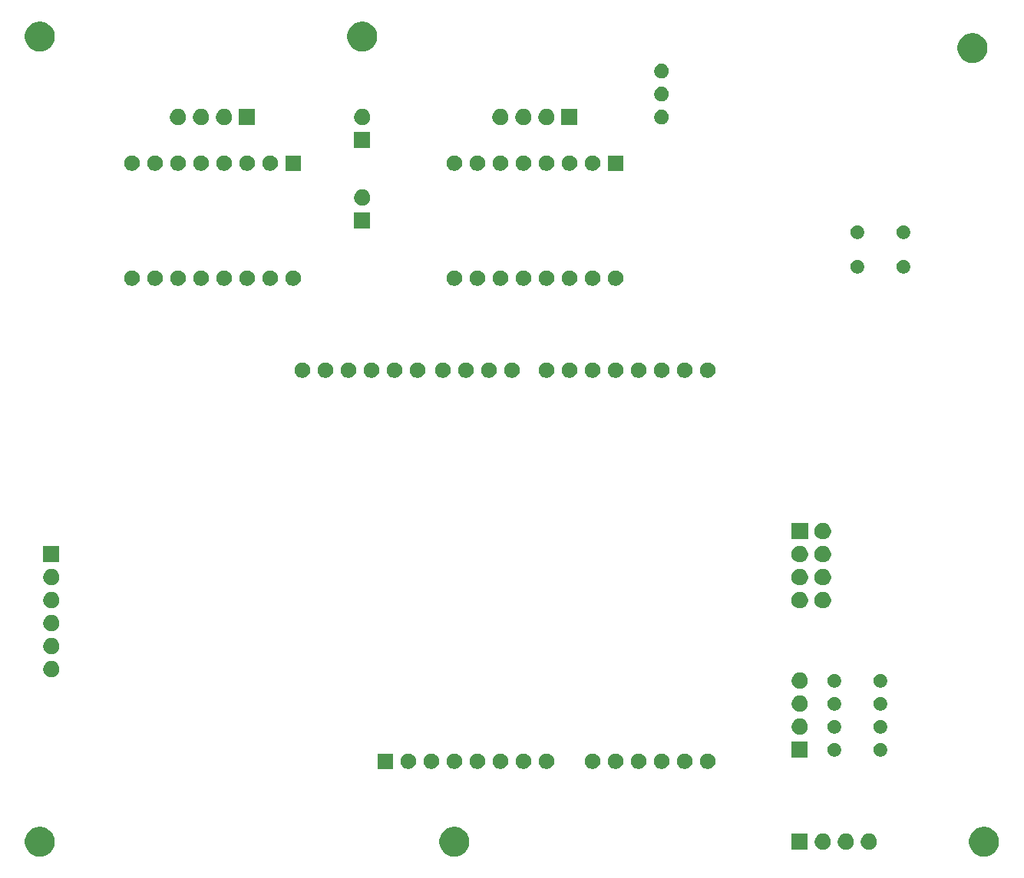
<source format=gbr>
G04 #@! TF.GenerationSoftware,KiCad,Pcbnew,(5.1.5)-3*
G04 #@! TF.CreationDate,2020-02-12T22:03:26+02:00*
G04 #@! TF.ProjectId,PCB,5043422e-6b69-4636-9164-5f7063625858,rev?*
G04 #@! TF.SameCoordinates,Original*
G04 #@! TF.FileFunction,Soldermask,Top*
G04 #@! TF.FilePolarity,Negative*
%FSLAX46Y46*%
G04 Gerber Fmt 4.6, Leading zero omitted, Abs format (unit mm)*
G04 Created by KiCad (PCBNEW (5.1.5)-3) date 2020-02-12 22:03:26*
%MOMM*%
%LPD*%
G04 APERTURE LIST*
%ADD10C,0.100000*%
G04 APERTURE END LIST*
D10*
G36*
X165475256Y-115231298D02*
G01*
X165581579Y-115252447D01*
X165882042Y-115376903D01*
X166152451Y-115557585D01*
X166382415Y-115787549D01*
X166563097Y-116057958D01*
X166649125Y-116265647D01*
X166687553Y-116358422D01*
X166751000Y-116677389D01*
X166751000Y-117002611D01*
X166708702Y-117215256D01*
X166687553Y-117321579D01*
X166563097Y-117622042D01*
X166382415Y-117892451D01*
X166152451Y-118122415D01*
X165882042Y-118303097D01*
X165581579Y-118427553D01*
X165475256Y-118448702D01*
X165262611Y-118491000D01*
X164937389Y-118491000D01*
X164724744Y-118448702D01*
X164618421Y-118427553D01*
X164317958Y-118303097D01*
X164047549Y-118122415D01*
X163817585Y-117892451D01*
X163636903Y-117622042D01*
X163512447Y-117321579D01*
X163491298Y-117215256D01*
X163449000Y-117002611D01*
X163449000Y-116677389D01*
X163512447Y-116358422D01*
X163550876Y-116265647D01*
X163636903Y-116057958D01*
X163817585Y-115787549D01*
X164047549Y-115557585D01*
X164317958Y-115376903D01*
X164618421Y-115252447D01*
X164724744Y-115231298D01*
X164937389Y-115189000D01*
X165262611Y-115189000D01*
X165475256Y-115231298D01*
G37*
G36*
X223895256Y-115231298D02*
G01*
X224001579Y-115252447D01*
X224302042Y-115376903D01*
X224572451Y-115557585D01*
X224802415Y-115787549D01*
X224983097Y-116057958D01*
X225069125Y-116265647D01*
X225107553Y-116358422D01*
X225171000Y-116677389D01*
X225171000Y-117002611D01*
X225128702Y-117215256D01*
X225107553Y-117321579D01*
X224983097Y-117622042D01*
X224802415Y-117892451D01*
X224572451Y-118122415D01*
X224302042Y-118303097D01*
X224001579Y-118427553D01*
X223895256Y-118448702D01*
X223682611Y-118491000D01*
X223357389Y-118491000D01*
X223144744Y-118448702D01*
X223038421Y-118427553D01*
X222737958Y-118303097D01*
X222467549Y-118122415D01*
X222237585Y-117892451D01*
X222056903Y-117622042D01*
X221932447Y-117321579D01*
X221911298Y-117215256D01*
X221869000Y-117002611D01*
X221869000Y-116677389D01*
X221932447Y-116358422D01*
X221970876Y-116265647D01*
X222056903Y-116057958D01*
X222237585Y-115787549D01*
X222467549Y-115557585D01*
X222737958Y-115376903D01*
X223038421Y-115252447D01*
X223144744Y-115231298D01*
X223357389Y-115189000D01*
X223682611Y-115189000D01*
X223895256Y-115231298D01*
G37*
G36*
X119755256Y-115231298D02*
G01*
X119861579Y-115252447D01*
X120162042Y-115376903D01*
X120432451Y-115557585D01*
X120662415Y-115787549D01*
X120843097Y-116057958D01*
X120929125Y-116265647D01*
X120967553Y-116358422D01*
X121031000Y-116677389D01*
X121031000Y-117002611D01*
X120988702Y-117215256D01*
X120967553Y-117321579D01*
X120843097Y-117622042D01*
X120662415Y-117892451D01*
X120432451Y-118122415D01*
X120162042Y-118303097D01*
X119861579Y-118427553D01*
X119755256Y-118448702D01*
X119542611Y-118491000D01*
X119217389Y-118491000D01*
X119004744Y-118448702D01*
X118898421Y-118427553D01*
X118597958Y-118303097D01*
X118327549Y-118122415D01*
X118097585Y-117892451D01*
X117916903Y-117622042D01*
X117792447Y-117321579D01*
X117771298Y-117215256D01*
X117729000Y-117002611D01*
X117729000Y-116677389D01*
X117792447Y-116358422D01*
X117830876Y-116265647D01*
X117916903Y-116057958D01*
X118097585Y-115787549D01*
X118327549Y-115557585D01*
X118597958Y-115376903D01*
X118898421Y-115252447D01*
X119004744Y-115231298D01*
X119217389Y-115189000D01*
X119542611Y-115189000D01*
X119755256Y-115231298D01*
G37*
G36*
X208393512Y-115943927D02*
G01*
X208542812Y-115973624D01*
X208706784Y-116041544D01*
X208854354Y-116140147D01*
X208979853Y-116265646D01*
X209078456Y-116413216D01*
X209146376Y-116577188D01*
X209181000Y-116751259D01*
X209181000Y-116928741D01*
X209146376Y-117102812D01*
X209078456Y-117266784D01*
X208979853Y-117414354D01*
X208854354Y-117539853D01*
X208706784Y-117638456D01*
X208542812Y-117706376D01*
X208393512Y-117736073D01*
X208368742Y-117741000D01*
X208191258Y-117741000D01*
X208166488Y-117736073D01*
X208017188Y-117706376D01*
X207853216Y-117638456D01*
X207705646Y-117539853D01*
X207580147Y-117414354D01*
X207481544Y-117266784D01*
X207413624Y-117102812D01*
X207379000Y-116928741D01*
X207379000Y-116751259D01*
X207413624Y-116577188D01*
X207481544Y-116413216D01*
X207580147Y-116265646D01*
X207705646Y-116140147D01*
X207853216Y-116041544D01*
X208017188Y-115973624D01*
X208166488Y-115943927D01*
X208191258Y-115939000D01*
X208368742Y-115939000D01*
X208393512Y-115943927D01*
G37*
G36*
X210933512Y-115943927D02*
G01*
X211082812Y-115973624D01*
X211246784Y-116041544D01*
X211394354Y-116140147D01*
X211519853Y-116265646D01*
X211618456Y-116413216D01*
X211686376Y-116577188D01*
X211721000Y-116751259D01*
X211721000Y-116928741D01*
X211686376Y-117102812D01*
X211618456Y-117266784D01*
X211519853Y-117414354D01*
X211394354Y-117539853D01*
X211246784Y-117638456D01*
X211082812Y-117706376D01*
X210933512Y-117736073D01*
X210908742Y-117741000D01*
X210731258Y-117741000D01*
X210706488Y-117736073D01*
X210557188Y-117706376D01*
X210393216Y-117638456D01*
X210245646Y-117539853D01*
X210120147Y-117414354D01*
X210021544Y-117266784D01*
X209953624Y-117102812D01*
X209919000Y-116928741D01*
X209919000Y-116751259D01*
X209953624Y-116577188D01*
X210021544Y-116413216D01*
X210120147Y-116265646D01*
X210245646Y-116140147D01*
X210393216Y-116041544D01*
X210557188Y-115973624D01*
X210706488Y-115943927D01*
X210731258Y-115939000D01*
X210908742Y-115939000D01*
X210933512Y-115943927D01*
G37*
G36*
X204101000Y-117741000D02*
G01*
X202299000Y-117741000D01*
X202299000Y-115939000D01*
X204101000Y-115939000D01*
X204101000Y-117741000D01*
G37*
G36*
X205853512Y-115943927D02*
G01*
X206002812Y-115973624D01*
X206166784Y-116041544D01*
X206314354Y-116140147D01*
X206439853Y-116265646D01*
X206538456Y-116413216D01*
X206606376Y-116577188D01*
X206641000Y-116751259D01*
X206641000Y-116928741D01*
X206606376Y-117102812D01*
X206538456Y-117266784D01*
X206439853Y-117414354D01*
X206314354Y-117539853D01*
X206166784Y-117638456D01*
X206002812Y-117706376D01*
X205853512Y-117736073D01*
X205828742Y-117741000D01*
X205651258Y-117741000D01*
X205626488Y-117736073D01*
X205477188Y-117706376D01*
X205313216Y-117638456D01*
X205165646Y-117539853D01*
X205040147Y-117414354D01*
X204941544Y-117266784D01*
X204873624Y-117102812D01*
X204839000Y-116928741D01*
X204839000Y-116751259D01*
X204873624Y-116577188D01*
X204941544Y-116413216D01*
X205040147Y-116265646D01*
X205165646Y-116140147D01*
X205313216Y-116041544D01*
X205477188Y-115973624D01*
X205626488Y-115943927D01*
X205651258Y-115939000D01*
X205828742Y-115939000D01*
X205853512Y-115943927D01*
G37*
G36*
X165348228Y-107131703D02*
G01*
X165503100Y-107195853D01*
X165642481Y-107288985D01*
X165761015Y-107407519D01*
X165854147Y-107546900D01*
X165918297Y-107701772D01*
X165951000Y-107866184D01*
X165951000Y-108033816D01*
X165918297Y-108198228D01*
X165854147Y-108353100D01*
X165761015Y-108492481D01*
X165642481Y-108611015D01*
X165503100Y-108704147D01*
X165348228Y-108768297D01*
X165183816Y-108801000D01*
X165016184Y-108801000D01*
X164851772Y-108768297D01*
X164696900Y-108704147D01*
X164557519Y-108611015D01*
X164438985Y-108492481D01*
X164345853Y-108353100D01*
X164281703Y-108198228D01*
X164249000Y-108033816D01*
X164249000Y-107866184D01*
X164281703Y-107701772D01*
X164345853Y-107546900D01*
X164438985Y-107407519D01*
X164557519Y-107288985D01*
X164696900Y-107195853D01*
X164851772Y-107131703D01*
X165016184Y-107099000D01*
X165183816Y-107099000D01*
X165348228Y-107131703D01*
G37*
G36*
X193288228Y-107131703D02*
G01*
X193443100Y-107195853D01*
X193582481Y-107288985D01*
X193701015Y-107407519D01*
X193794147Y-107546900D01*
X193858297Y-107701772D01*
X193891000Y-107866184D01*
X193891000Y-108033816D01*
X193858297Y-108198228D01*
X193794147Y-108353100D01*
X193701015Y-108492481D01*
X193582481Y-108611015D01*
X193443100Y-108704147D01*
X193288228Y-108768297D01*
X193123816Y-108801000D01*
X192956184Y-108801000D01*
X192791772Y-108768297D01*
X192636900Y-108704147D01*
X192497519Y-108611015D01*
X192378985Y-108492481D01*
X192285853Y-108353100D01*
X192221703Y-108198228D01*
X192189000Y-108033816D01*
X192189000Y-107866184D01*
X192221703Y-107701772D01*
X192285853Y-107546900D01*
X192378985Y-107407519D01*
X192497519Y-107288985D01*
X192636900Y-107195853D01*
X192791772Y-107131703D01*
X192956184Y-107099000D01*
X193123816Y-107099000D01*
X193288228Y-107131703D01*
G37*
G36*
X180588228Y-107131703D02*
G01*
X180743100Y-107195853D01*
X180882481Y-107288985D01*
X181001015Y-107407519D01*
X181094147Y-107546900D01*
X181158297Y-107701772D01*
X181191000Y-107866184D01*
X181191000Y-108033816D01*
X181158297Y-108198228D01*
X181094147Y-108353100D01*
X181001015Y-108492481D01*
X180882481Y-108611015D01*
X180743100Y-108704147D01*
X180588228Y-108768297D01*
X180423816Y-108801000D01*
X180256184Y-108801000D01*
X180091772Y-108768297D01*
X179936900Y-108704147D01*
X179797519Y-108611015D01*
X179678985Y-108492481D01*
X179585853Y-108353100D01*
X179521703Y-108198228D01*
X179489000Y-108033816D01*
X179489000Y-107866184D01*
X179521703Y-107701772D01*
X179585853Y-107546900D01*
X179678985Y-107407519D01*
X179797519Y-107288985D01*
X179936900Y-107195853D01*
X180091772Y-107131703D01*
X180256184Y-107099000D01*
X180423816Y-107099000D01*
X180588228Y-107131703D01*
G37*
G36*
X172968228Y-107131703D02*
G01*
X173123100Y-107195853D01*
X173262481Y-107288985D01*
X173381015Y-107407519D01*
X173474147Y-107546900D01*
X173538297Y-107701772D01*
X173571000Y-107866184D01*
X173571000Y-108033816D01*
X173538297Y-108198228D01*
X173474147Y-108353100D01*
X173381015Y-108492481D01*
X173262481Y-108611015D01*
X173123100Y-108704147D01*
X172968228Y-108768297D01*
X172803816Y-108801000D01*
X172636184Y-108801000D01*
X172471772Y-108768297D01*
X172316900Y-108704147D01*
X172177519Y-108611015D01*
X172058985Y-108492481D01*
X171965853Y-108353100D01*
X171901703Y-108198228D01*
X171869000Y-108033816D01*
X171869000Y-107866184D01*
X171901703Y-107701772D01*
X171965853Y-107546900D01*
X172058985Y-107407519D01*
X172177519Y-107288985D01*
X172316900Y-107195853D01*
X172471772Y-107131703D01*
X172636184Y-107099000D01*
X172803816Y-107099000D01*
X172968228Y-107131703D01*
G37*
G36*
X170428228Y-107131703D02*
G01*
X170583100Y-107195853D01*
X170722481Y-107288985D01*
X170841015Y-107407519D01*
X170934147Y-107546900D01*
X170998297Y-107701772D01*
X171031000Y-107866184D01*
X171031000Y-108033816D01*
X170998297Y-108198228D01*
X170934147Y-108353100D01*
X170841015Y-108492481D01*
X170722481Y-108611015D01*
X170583100Y-108704147D01*
X170428228Y-108768297D01*
X170263816Y-108801000D01*
X170096184Y-108801000D01*
X169931772Y-108768297D01*
X169776900Y-108704147D01*
X169637519Y-108611015D01*
X169518985Y-108492481D01*
X169425853Y-108353100D01*
X169361703Y-108198228D01*
X169329000Y-108033816D01*
X169329000Y-107866184D01*
X169361703Y-107701772D01*
X169425853Y-107546900D01*
X169518985Y-107407519D01*
X169637519Y-107288985D01*
X169776900Y-107195853D01*
X169931772Y-107131703D01*
X170096184Y-107099000D01*
X170263816Y-107099000D01*
X170428228Y-107131703D01*
G37*
G36*
X167888228Y-107131703D02*
G01*
X168043100Y-107195853D01*
X168182481Y-107288985D01*
X168301015Y-107407519D01*
X168394147Y-107546900D01*
X168458297Y-107701772D01*
X168491000Y-107866184D01*
X168491000Y-108033816D01*
X168458297Y-108198228D01*
X168394147Y-108353100D01*
X168301015Y-108492481D01*
X168182481Y-108611015D01*
X168043100Y-108704147D01*
X167888228Y-108768297D01*
X167723816Y-108801000D01*
X167556184Y-108801000D01*
X167391772Y-108768297D01*
X167236900Y-108704147D01*
X167097519Y-108611015D01*
X166978985Y-108492481D01*
X166885853Y-108353100D01*
X166821703Y-108198228D01*
X166789000Y-108033816D01*
X166789000Y-107866184D01*
X166821703Y-107701772D01*
X166885853Y-107546900D01*
X166978985Y-107407519D01*
X167097519Y-107288985D01*
X167236900Y-107195853D01*
X167391772Y-107131703D01*
X167556184Y-107099000D01*
X167723816Y-107099000D01*
X167888228Y-107131703D01*
G37*
G36*
X162808228Y-107131703D02*
G01*
X162963100Y-107195853D01*
X163102481Y-107288985D01*
X163221015Y-107407519D01*
X163314147Y-107546900D01*
X163378297Y-107701772D01*
X163411000Y-107866184D01*
X163411000Y-108033816D01*
X163378297Y-108198228D01*
X163314147Y-108353100D01*
X163221015Y-108492481D01*
X163102481Y-108611015D01*
X162963100Y-108704147D01*
X162808228Y-108768297D01*
X162643816Y-108801000D01*
X162476184Y-108801000D01*
X162311772Y-108768297D01*
X162156900Y-108704147D01*
X162017519Y-108611015D01*
X161898985Y-108492481D01*
X161805853Y-108353100D01*
X161741703Y-108198228D01*
X161709000Y-108033816D01*
X161709000Y-107866184D01*
X161741703Y-107701772D01*
X161805853Y-107546900D01*
X161898985Y-107407519D01*
X162017519Y-107288985D01*
X162156900Y-107195853D01*
X162311772Y-107131703D01*
X162476184Y-107099000D01*
X162643816Y-107099000D01*
X162808228Y-107131703D01*
G37*
G36*
X160268228Y-107131703D02*
G01*
X160423100Y-107195853D01*
X160562481Y-107288985D01*
X160681015Y-107407519D01*
X160774147Y-107546900D01*
X160838297Y-107701772D01*
X160871000Y-107866184D01*
X160871000Y-108033816D01*
X160838297Y-108198228D01*
X160774147Y-108353100D01*
X160681015Y-108492481D01*
X160562481Y-108611015D01*
X160423100Y-108704147D01*
X160268228Y-108768297D01*
X160103816Y-108801000D01*
X159936184Y-108801000D01*
X159771772Y-108768297D01*
X159616900Y-108704147D01*
X159477519Y-108611015D01*
X159358985Y-108492481D01*
X159265853Y-108353100D01*
X159201703Y-108198228D01*
X159169000Y-108033816D01*
X159169000Y-107866184D01*
X159201703Y-107701772D01*
X159265853Y-107546900D01*
X159358985Y-107407519D01*
X159477519Y-107288985D01*
X159616900Y-107195853D01*
X159771772Y-107131703D01*
X159936184Y-107099000D01*
X160103816Y-107099000D01*
X160268228Y-107131703D01*
G37*
G36*
X158331000Y-108801000D02*
G01*
X156629000Y-108801000D01*
X156629000Y-107099000D01*
X158331000Y-107099000D01*
X158331000Y-108801000D01*
G37*
G36*
X190748228Y-107131703D02*
G01*
X190903100Y-107195853D01*
X191042481Y-107288985D01*
X191161015Y-107407519D01*
X191254147Y-107546900D01*
X191318297Y-107701772D01*
X191351000Y-107866184D01*
X191351000Y-108033816D01*
X191318297Y-108198228D01*
X191254147Y-108353100D01*
X191161015Y-108492481D01*
X191042481Y-108611015D01*
X190903100Y-108704147D01*
X190748228Y-108768297D01*
X190583816Y-108801000D01*
X190416184Y-108801000D01*
X190251772Y-108768297D01*
X190096900Y-108704147D01*
X189957519Y-108611015D01*
X189838985Y-108492481D01*
X189745853Y-108353100D01*
X189681703Y-108198228D01*
X189649000Y-108033816D01*
X189649000Y-107866184D01*
X189681703Y-107701772D01*
X189745853Y-107546900D01*
X189838985Y-107407519D01*
X189957519Y-107288985D01*
X190096900Y-107195853D01*
X190251772Y-107131703D01*
X190416184Y-107099000D01*
X190583816Y-107099000D01*
X190748228Y-107131703D01*
G37*
G36*
X188208228Y-107131703D02*
G01*
X188363100Y-107195853D01*
X188502481Y-107288985D01*
X188621015Y-107407519D01*
X188714147Y-107546900D01*
X188778297Y-107701772D01*
X188811000Y-107866184D01*
X188811000Y-108033816D01*
X188778297Y-108198228D01*
X188714147Y-108353100D01*
X188621015Y-108492481D01*
X188502481Y-108611015D01*
X188363100Y-108704147D01*
X188208228Y-108768297D01*
X188043816Y-108801000D01*
X187876184Y-108801000D01*
X187711772Y-108768297D01*
X187556900Y-108704147D01*
X187417519Y-108611015D01*
X187298985Y-108492481D01*
X187205853Y-108353100D01*
X187141703Y-108198228D01*
X187109000Y-108033816D01*
X187109000Y-107866184D01*
X187141703Y-107701772D01*
X187205853Y-107546900D01*
X187298985Y-107407519D01*
X187417519Y-107288985D01*
X187556900Y-107195853D01*
X187711772Y-107131703D01*
X187876184Y-107099000D01*
X188043816Y-107099000D01*
X188208228Y-107131703D01*
G37*
G36*
X185668228Y-107131703D02*
G01*
X185823100Y-107195853D01*
X185962481Y-107288985D01*
X186081015Y-107407519D01*
X186174147Y-107546900D01*
X186238297Y-107701772D01*
X186271000Y-107866184D01*
X186271000Y-108033816D01*
X186238297Y-108198228D01*
X186174147Y-108353100D01*
X186081015Y-108492481D01*
X185962481Y-108611015D01*
X185823100Y-108704147D01*
X185668228Y-108768297D01*
X185503816Y-108801000D01*
X185336184Y-108801000D01*
X185171772Y-108768297D01*
X185016900Y-108704147D01*
X184877519Y-108611015D01*
X184758985Y-108492481D01*
X184665853Y-108353100D01*
X184601703Y-108198228D01*
X184569000Y-108033816D01*
X184569000Y-107866184D01*
X184601703Y-107701772D01*
X184665853Y-107546900D01*
X184758985Y-107407519D01*
X184877519Y-107288985D01*
X185016900Y-107195853D01*
X185171772Y-107131703D01*
X185336184Y-107099000D01*
X185503816Y-107099000D01*
X185668228Y-107131703D01*
G37*
G36*
X175508228Y-107131703D02*
G01*
X175663100Y-107195853D01*
X175802481Y-107288985D01*
X175921015Y-107407519D01*
X176014147Y-107546900D01*
X176078297Y-107701772D01*
X176111000Y-107866184D01*
X176111000Y-108033816D01*
X176078297Y-108198228D01*
X176014147Y-108353100D01*
X175921015Y-108492481D01*
X175802481Y-108611015D01*
X175663100Y-108704147D01*
X175508228Y-108768297D01*
X175343816Y-108801000D01*
X175176184Y-108801000D01*
X175011772Y-108768297D01*
X174856900Y-108704147D01*
X174717519Y-108611015D01*
X174598985Y-108492481D01*
X174505853Y-108353100D01*
X174441703Y-108198228D01*
X174409000Y-108033816D01*
X174409000Y-107866184D01*
X174441703Y-107701772D01*
X174505853Y-107546900D01*
X174598985Y-107407519D01*
X174717519Y-107288985D01*
X174856900Y-107195853D01*
X175011772Y-107131703D01*
X175176184Y-107099000D01*
X175343816Y-107099000D01*
X175508228Y-107131703D01*
G37*
G36*
X183128228Y-107131703D02*
G01*
X183283100Y-107195853D01*
X183422481Y-107288985D01*
X183541015Y-107407519D01*
X183634147Y-107546900D01*
X183698297Y-107701772D01*
X183731000Y-107866184D01*
X183731000Y-108033816D01*
X183698297Y-108198228D01*
X183634147Y-108353100D01*
X183541015Y-108492481D01*
X183422481Y-108611015D01*
X183283100Y-108704147D01*
X183128228Y-108768297D01*
X182963816Y-108801000D01*
X182796184Y-108801000D01*
X182631772Y-108768297D01*
X182476900Y-108704147D01*
X182337519Y-108611015D01*
X182218985Y-108492481D01*
X182125853Y-108353100D01*
X182061703Y-108198228D01*
X182029000Y-108033816D01*
X182029000Y-107866184D01*
X182061703Y-107701772D01*
X182125853Y-107546900D01*
X182218985Y-107407519D01*
X182337519Y-107288985D01*
X182476900Y-107195853D01*
X182631772Y-107131703D01*
X182796184Y-107099000D01*
X182963816Y-107099000D01*
X183128228Y-107131703D01*
G37*
G36*
X204101000Y-107581000D02*
G01*
X202299000Y-107581000D01*
X202299000Y-105779000D01*
X204101000Y-105779000D01*
X204101000Y-107581000D01*
G37*
G36*
X207229059Y-105957860D02*
G01*
X207365732Y-106014472D01*
X207488735Y-106096660D01*
X207593340Y-106201265D01*
X207675528Y-106324268D01*
X207732140Y-106460941D01*
X207761000Y-106606033D01*
X207761000Y-106753967D01*
X207732140Y-106899059D01*
X207675528Y-107035732D01*
X207593340Y-107158735D01*
X207488735Y-107263340D01*
X207365732Y-107345528D01*
X207365731Y-107345529D01*
X207365730Y-107345529D01*
X207229059Y-107402140D01*
X207083968Y-107431000D01*
X206936032Y-107431000D01*
X206790941Y-107402140D01*
X206654270Y-107345529D01*
X206654269Y-107345529D01*
X206654268Y-107345528D01*
X206531265Y-107263340D01*
X206426660Y-107158735D01*
X206344472Y-107035732D01*
X206287860Y-106899059D01*
X206259000Y-106753967D01*
X206259000Y-106606033D01*
X206287860Y-106460941D01*
X206344472Y-106324268D01*
X206426660Y-106201265D01*
X206531265Y-106096660D01*
X206654268Y-106014472D01*
X206790941Y-105957860D01*
X206936032Y-105929000D01*
X207083968Y-105929000D01*
X207229059Y-105957860D01*
G37*
G36*
X212309059Y-105957860D02*
G01*
X212445732Y-106014472D01*
X212568735Y-106096660D01*
X212673340Y-106201265D01*
X212755528Y-106324268D01*
X212812140Y-106460941D01*
X212841000Y-106606033D01*
X212841000Y-106753967D01*
X212812140Y-106899059D01*
X212755528Y-107035732D01*
X212673340Y-107158735D01*
X212568735Y-107263340D01*
X212445732Y-107345528D01*
X212445731Y-107345529D01*
X212445730Y-107345529D01*
X212309059Y-107402140D01*
X212163968Y-107431000D01*
X212016032Y-107431000D01*
X211870941Y-107402140D01*
X211734270Y-107345529D01*
X211734269Y-107345529D01*
X211734268Y-107345528D01*
X211611265Y-107263340D01*
X211506660Y-107158735D01*
X211424472Y-107035732D01*
X211367860Y-106899059D01*
X211339000Y-106753967D01*
X211339000Y-106606033D01*
X211367860Y-106460941D01*
X211424472Y-106324268D01*
X211506660Y-106201265D01*
X211611265Y-106096660D01*
X211734268Y-106014472D01*
X211870941Y-105957860D01*
X212016032Y-105929000D01*
X212163968Y-105929000D01*
X212309059Y-105957860D01*
G37*
G36*
X203313512Y-103243927D02*
G01*
X203462812Y-103273624D01*
X203626784Y-103341544D01*
X203774354Y-103440147D01*
X203899853Y-103565646D01*
X203998456Y-103713216D01*
X204066376Y-103877188D01*
X204101000Y-104051259D01*
X204101000Y-104228741D01*
X204066376Y-104402812D01*
X203998456Y-104566784D01*
X203899853Y-104714354D01*
X203774354Y-104839853D01*
X203626784Y-104938456D01*
X203462812Y-105006376D01*
X203313512Y-105036073D01*
X203288742Y-105041000D01*
X203111258Y-105041000D01*
X203086488Y-105036073D01*
X202937188Y-105006376D01*
X202773216Y-104938456D01*
X202625646Y-104839853D01*
X202500147Y-104714354D01*
X202401544Y-104566784D01*
X202333624Y-104402812D01*
X202299000Y-104228741D01*
X202299000Y-104051259D01*
X202333624Y-103877188D01*
X202401544Y-103713216D01*
X202500147Y-103565646D01*
X202625646Y-103440147D01*
X202773216Y-103341544D01*
X202937188Y-103273624D01*
X203086488Y-103243927D01*
X203111258Y-103239000D01*
X203288742Y-103239000D01*
X203313512Y-103243927D01*
G37*
G36*
X212309059Y-103417860D02*
G01*
X212362865Y-103440147D01*
X212445732Y-103474472D01*
X212568735Y-103556660D01*
X212673340Y-103661265D01*
X212708054Y-103713218D01*
X212755529Y-103784270D01*
X212812140Y-103920941D01*
X212841000Y-104066032D01*
X212841000Y-104213968D01*
X212838061Y-104228742D01*
X212812140Y-104359059D01*
X212755528Y-104495732D01*
X212673340Y-104618735D01*
X212568735Y-104723340D01*
X212445732Y-104805528D01*
X212445731Y-104805529D01*
X212445730Y-104805529D01*
X212309059Y-104862140D01*
X212163968Y-104891000D01*
X212016032Y-104891000D01*
X211870941Y-104862140D01*
X211734270Y-104805529D01*
X211734269Y-104805529D01*
X211734268Y-104805528D01*
X211611265Y-104723340D01*
X211506660Y-104618735D01*
X211424472Y-104495732D01*
X211367860Y-104359059D01*
X211341939Y-104228742D01*
X211339000Y-104213968D01*
X211339000Y-104066032D01*
X211367860Y-103920941D01*
X211424471Y-103784270D01*
X211471946Y-103713218D01*
X211506660Y-103661265D01*
X211611265Y-103556660D01*
X211734268Y-103474472D01*
X211817136Y-103440147D01*
X211870941Y-103417860D01*
X212016032Y-103389000D01*
X212163968Y-103389000D01*
X212309059Y-103417860D01*
G37*
G36*
X207229059Y-103417860D02*
G01*
X207282865Y-103440147D01*
X207365732Y-103474472D01*
X207488735Y-103556660D01*
X207593340Y-103661265D01*
X207628054Y-103713218D01*
X207675529Y-103784270D01*
X207732140Y-103920941D01*
X207761000Y-104066032D01*
X207761000Y-104213968D01*
X207758061Y-104228742D01*
X207732140Y-104359059D01*
X207675528Y-104495732D01*
X207593340Y-104618735D01*
X207488735Y-104723340D01*
X207365732Y-104805528D01*
X207365731Y-104805529D01*
X207365730Y-104805529D01*
X207229059Y-104862140D01*
X207083968Y-104891000D01*
X206936032Y-104891000D01*
X206790941Y-104862140D01*
X206654270Y-104805529D01*
X206654269Y-104805529D01*
X206654268Y-104805528D01*
X206531265Y-104723340D01*
X206426660Y-104618735D01*
X206344472Y-104495732D01*
X206287860Y-104359059D01*
X206261939Y-104228742D01*
X206259000Y-104213968D01*
X206259000Y-104066032D01*
X206287860Y-103920941D01*
X206344471Y-103784270D01*
X206391946Y-103713218D01*
X206426660Y-103661265D01*
X206531265Y-103556660D01*
X206654268Y-103474472D01*
X206737136Y-103440147D01*
X206790941Y-103417860D01*
X206936032Y-103389000D01*
X207083968Y-103389000D01*
X207229059Y-103417860D01*
G37*
G36*
X203313512Y-100703927D02*
G01*
X203462812Y-100733624D01*
X203626784Y-100801544D01*
X203774354Y-100900147D01*
X203899853Y-101025646D01*
X203998456Y-101173216D01*
X204066376Y-101337188D01*
X204101000Y-101511259D01*
X204101000Y-101688741D01*
X204066376Y-101862812D01*
X203998456Y-102026784D01*
X203899853Y-102174354D01*
X203774354Y-102299853D01*
X203626784Y-102398456D01*
X203462812Y-102466376D01*
X203313512Y-102496073D01*
X203288742Y-102501000D01*
X203111258Y-102501000D01*
X203086488Y-102496073D01*
X202937188Y-102466376D01*
X202773216Y-102398456D01*
X202625646Y-102299853D01*
X202500147Y-102174354D01*
X202401544Y-102026784D01*
X202333624Y-101862812D01*
X202299000Y-101688741D01*
X202299000Y-101511259D01*
X202333624Y-101337188D01*
X202401544Y-101173216D01*
X202500147Y-101025646D01*
X202625646Y-100900147D01*
X202773216Y-100801544D01*
X202937188Y-100733624D01*
X203086488Y-100703927D01*
X203111258Y-100699000D01*
X203288742Y-100699000D01*
X203313512Y-100703927D01*
G37*
G36*
X212309059Y-100877860D02*
G01*
X212362865Y-100900147D01*
X212445732Y-100934472D01*
X212568735Y-101016660D01*
X212673340Y-101121265D01*
X212708054Y-101173218D01*
X212755529Y-101244270D01*
X212812140Y-101380941D01*
X212841000Y-101526032D01*
X212841000Y-101673968D01*
X212838061Y-101688742D01*
X212812140Y-101819059D01*
X212755528Y-101955732D01*
X212673340Y-102078735D01*
X212568735Y-102183340D01*
X212445732Y-102265528D01*
X212445731Y-102265529D01*
X212445730Y-102265529D01*
X212309059Y-102322140D01*
X212163968Y-102351000D01*
X212016032Y-102351000D01*
X211870941Y-102322140D01*
X211734270Y-102265529D01*
X211734269Y-102265529D01*
X211734268Y-102265528D01*
X211611265Y-102183340D01*
X211506660Y-102078735D01*
X211424472Y-101955732D01*
X211367860Y-101819059D01*
X211341939Y-101688742D01*
X211339000Y-101673968D01*
X211339000Y-101526032D01*
X211367860Y-101380941D01*
X211424471Y-101244270D01*
X211471946Y-101173218D01*
X211506660Y-101121265D01*
X211611265Y-101016660D01*
X211734268Y-100934472D01*
X211817136Y-100900147D01*
X211870941Y-100877860D01*
X212016032Y-100849000D01*
X212163968Y-100849000D01*
X212309059Y-100877860D01*
G37*
G36*
X207229059Y-100877860D02*
G01*
X207282865Y-100900147D01*
X207365732Y-100934472D01*
X207488735Y-101016660D01*
X207593340Y-101121265D01*
X207628054Y-101173218D01*
X207675529Y-101244270D01*
X207732140Y-101380941D01*
X207761000Y-101526032D01*
X207761000Y-101673968D01*
X207758061Y-101688742D01*
X207732140Y-101819059D01*
X207675528Y-101955732D01*
X207593340Y-102078735D01*
X207488735Y-102183340D01*
X207365732Y-102265528D01*
X207365731Y-102265529D01*
X207365730Y-102265529D01*
X207229059Y-102322140D01*
X207083968Y-102351000D01*
X206936032Y-102351000D01*
X206790941Y-102322140D01*
X206654270Y-102265529D01*
X206654269Y-102265529D01*
X206654268Y-102265528D01*
X206531265Y-102183340D01*
X206426660Y-102078735D01*
X206344472Y-101955732D01*
X206287860Y-101819059D01*
X206261939Y-101688742D01*
X206259000Y-101673968D01*
X206259000Y-101526032D01*
X206287860Y-101380941D01*
X206344471Y-101244270D01*
X206391946Y-101173218D01*
X206426660Y-101121265D01*
X206531265Y-101016660D01*
X206654268Y-100934472D01*
X206737136Y-100900147D01*
X206790941Y-100877860D01*
X206936032Y-100849000D01*
X207083968Y-100849000D01*
X207229059Y-100877860D01*
G37*
G36*
X203313512Y-98163927D02*
G01*
X203462812Y-98193624D01*
X203626784Y-98261544D01*
X203774354Y-98360147D01*
X203899853Y-98485646D01*
X203998456Y-98633216D01*
X204066376Y-98797188D01*
X204101000Y-98971259D01*
X204101000Y-99148741D01*
X204066376Y-99322812D01*
X203998456Y-99486784D01*
X203899853Y-99634354D01*
X203774354Y-99759853D01*
X203626784Y-99858456D01*
X203462812Y-99926376D01*
X203313512Y-99956073D01*
X203288742Y-99961000D01*
X203111258Y-99961000D01*
X203086488Y-99956073D01*
X202937188Y-99926376D01*
X202773216Y-99858456D01*
X202625646Y-99759853D01*
X202500147Y-99634354D01*
X202401544Y-99486784D01*
X202333624Y-99322812D01*
X202299000Y-99148741D01*
X202299000Y-98971259D01*
X202333624Y-98797188D01*
X202401544Y-98633216D01*
X202500147Y-98485646D01*
X202625646Y-98360147D01*
X202773216Y-98261544D01*
X202937188Y-98193624D01*
X203086488Y-98163927D01*
X203111258Y-98159000D01*
X203288742Y-98159000D01*
X203313512Y-98163927D01*
G37*
G36*
X212309059Y-98337860D02*
G01*
X212362865Y-98360147D01*
X212445732Y-98394472D01*
X212568735Y-98476660D01*
X212673340Y-98581265D01*
X212755528Y-98704268D01*
X212755529Y-98704270D01*
X212812140Y-98840941D01*
X212841000Y-98986032D01*
X212841000Y-99133968D01*
X212838061Y-99148742D01*
X212812140Y-99279059D01*
X212755528Y-99415732D01*
X212673340Y-99538735D01*
X212568735Y-99643340D01*
X212445732Y-99725528D01*
X212445731Y-99725529D01*
X212445730Y-99725529D01*
X212309059Y-99782140D01*
X212163968Y-99811000D01*
X212016032Y-99811000D01*
X211870941Y-99782140D01*
X211734270Y-99725529D01*
X211734269Y-99725529D01*
X211734268Y-99725528D01*
X211611265Y-99643340D01*
X211506660Y-99538735D01*
X211424472Y-99415732D01*
X211367860Y-99279059D01*
X211341939Y-99148742D01*
X211339000Y-99133968D01*
X211339000Y-98986032D01*
X211367860Y-98840941D01*
X211424471Y-98704270D01*
X211424472Y-98704268D01*
X211506660Y-98581265D01*
X211611265Y-98476660D01*
X211734268Y-98394472D01*
X211817136Y-98360147D01*
X211870941Y-98337860D01*
X212016032Y-98309000D01*
X212163968Y-98309000D01*
X212309059Y-98337860D01*
G37*
G36*
X207229059Y-98337860D02*
G01*
X207282865Y-98360147D01*
X207365732Y-98394472D01*
X207488735Y-98476660D01*
X207593340Y-98581265D01*
X207675528Y-98704268D01*
X207675529Y-98704270D01*
X207732140Y-98840941D01*
X207761000Y-98986032D01*
X207761000Y-99133968D01*
X207758061Y-99148742D01*
X207732140Y-99279059D01*
X207675528Y-99415732D01*
X207593340Y-99538735D01*
X207488735Y-99643340D01*
X207365732Y-99725528D01*
X207365731Y-99725529D01*
X207365730Y-99725529D01*
X207229059Y-99782140D01*
X207083968Y-99811000D01*
X206936032Y-99811000D01*
X206790941Y-99782140D01*
X206654270Y-99725529D01*
X206654269Y-99725529D01*
X206654268Y-99725528D01*
X206531265Y-99643340D01*
X206426660Y-99538735D01*
X206344472Y-99415732D01*
X206287860Y-99279059D01*
X206261939Y-99148742D01*
X206259000Y-99133968D01*
X206259000Y-98986032D01*
X206287860Y-98840941D01*
X206344471Y-98704270D01*
X206344472Y-98704268D01*
X206426660Y-98581265D01*
X206531265Y-98476660D01*
X206654268Y-98394472D01*
X206737136Y-98360147D01*
X206790941Y-98337860D01*
X206936032Y-98309000D01*
X207083968Y-98309000D01*
X207229059Y-98337860D01*
G37*
G36*
X120763512Y-96893927D02*
G01*
X120912812Y-96923624D01*
X121076784Y-96991544D01*
X121224354Y-97090147D01*
X121349853Y-97215646D01*
X121448456Y-97363216D01*
X121516376Y-97527188D01*
X121551000Y-97701259D01*
X121551000Y-97878741D01*
X121516376Y-98052812D01*
X121448456Y-98216784D01*
X121349853Y-98364354D01*
X121224354Y-98489853D01*
X121076784Y-98588456D01*
X120912812Y-98656376D01*
X120763512Y-98686073D01*
X120738742Y-98691000D01*
X120561258Y-98691000D01*
X120536488Y-98686073D01*
X120387188Y-98656376D01*
X120223216Y-98588456D01*
X120075646Y-98489853D01*
X119950147Y-98364354D01*
X119851544Y-98216784D01*
X119783624Y-98052812D01*
X119749000Y-97878741D01*
X119749000Y-97701259D01*
X119783624Y-97527188D01*
X119851544Y-97363216D01*
X119950147Y-97215646D01*
X120075646Y-97090147D01*
X120223216Y-96991544D01*
X120387188Y-96923624D01*
X120536488Y-96893927D01*
X120561258Y-96889000D01*
X120738742Y-96889000D01*
X120763512Y-96893927D01*
G37*
G36*
X120763512Y-94353927D02*
G01*
X120912812Y-94383624D01*
X121076784Y-94451544D01*
X121224354Y-94550147D01*
X121349853Y-94675646D01*
X121448456Y-94823216D01*
X121516376Y-94987188D01*
X121551000Y-95161259D01*
X121551000Y-95338741D01*
X121516376Y-95512812D01*
X121448456Y-95676784D01*
X121349853Y-95824354D01*
X121224354Y-95949853D01*
X121076784Y-96048456D01*
X120912812Y-96116376D01*
X120763512Y-96146073D01*
X120738742Y-96151000D01*
X120561258Y-96151000D01*
X120536488Y-96146073D01*
X120387188Y-96116376D01*
X120223216Y-96048456D01*
X120075646Y-95949853D01*
X119950147Y-95824354D01*
X119851544Y-95676784D01*
X119783624Y-95512812D01*
X119749000Y-95338741D01*
X119749000Y-95161259D01*
X119783624Y-94987188D01*
X119851544Y-94823216D01*
X119950147Y-94675646D01*
X120075646Y-94550147D01*
X120223216Y-94451544D01*
X120387188Y-94383624D01*
X120536488Y-94353927D01*
X120561258Y-94349000D01*
X120738742Y-94349000D01*
X120763512Y-94353927D01*
G37*
G36*
X120763512Y-91813927D02*
G01*
X120912812Y-91843624D01*
X121076784Y-91911544D01*
X121224354Y-92010147D01*
X121349853Y-92135646D01*
X121448456Y-92283216D01*
X121516376Y-92447188D01*
X121551000Y-92621259D01*
X121551000Y-92798741D01*
X121516376Y-92972812D01*
X121448456Y-93136784D01*
X121349853Y-93284354D01*
X121224354Y-93409853D01*
X121076784Y-93508456D01*
X120912812Y-93576376D01*
X120763512Y-93606073D01*
X120738742Y-93611000D01*
X120561258Y-93611000D01*
X120536488Y-93606073D01*
X120387188Y-93576376D01*
X120223216Y-93508456D01*
X120075646Y-93409853D01*
X119950147Y-93284354D01*
X119851544Y-93136784D01*
X119783624Y-92972812D01*
X119749000Y-92798741D01*
X119749000Y-92621259D01*
X119783624Y-92447188D01*
X119851544Y-92283216D01*
X119950147Y-92135646D01*
X120075646Y-92010147D01*
X120223216Y-91911544D01*
X120387188Y-91843624D01*
X120536488Y-91813927D01*
X120561258Y-91809000D01*
X120738742Y-91809000D01*
X120763512Y-91813927D01*
G37*
G36*
X206006778Y-89290547D02*
G01*
X206173224Y-89359491D01*
X206323022Y-89459583D01*
X206450417Y-89586978D01*
X206550509Y-89736776D01*
X206619453Y-89903222D01*
X206654600Y-90079918D01*
X206654600Y-90260082D01*
X206619453Y-90436778D01*
X206550509Y-90603224D01*
X206450417Y-90753022D01*
X206323022Y-90880417D01*
X206173224Y-90980509D01*
X206006778Y-91049453D01*
X205830082Y-91084600D01*
X205649918Y-91084600D01*
X205473222Y-91049453D01*
X205306776Y-90980509D01*
X205156978Y-90880417D01*
X205029583Y-90753022D01*
X204929491Y-90603224D01*
X204860547Y-90436778D01*
X204825400Y-90260082D01*
X204825400Y-90079918D01*
X204860547Y-89903222D01*
X204929491Y-89736776D01*
X205029583Y-89586978D01*
X205156978Y-89459583D01*
X205306776Y-89359491D01*
X205473222Y-89290547D01*
X205649918Y-89255400D01*
X205830082Y-89255400D01*
X206006778Y-89290547D01*
G37*
G36*
X203466778Y-89290547D02*
G01*
X203633224Y-89359491D01*
X203783022Y-89459583D01*
X203910417Y-89586978D01*
X204010509Y-89736776D01*
X204079453Y-89903222D01*
X204114600Y-90079918D01*
X204114600Y-90260082D01*
X204079453Y-90436778D01*
X204010509Y-90603224D01*
X203910417Y-90753022D01*
X203783022Y-90880417D01*
X203633224Y-90980509D01*
X203466778Y-91049453D01*
X203290082Y-91084600D01*
X203109918Y-91084600D01*
X202933222Y-91049453D01*
X202766776Y-90980509D01*
X202616978Y-90880417D01*
X202489583Y-90753022D01*
X202389491Y-90603224D01*
X202320547Y-90436778D01*
X202285400Y-90260082D01*
X202285400Y-90079918D01*
X202320547Y-89903222D01*
X202389491Y-89736776D01*
X202489583Y-89586978D01*
X202616978Y-89459583D01*
X202766776Y-89359491D01*
X202933222Y-89290547D01*
X203109918Y-89255400D01*
X203290082Y-89255400D01*
X203466778Y-89290547D01*
G37*
G36*
X120763512Y-89273927D02*
G01*
X120912812Y-89303624D01*
X121076784Y-89371544D01*
X121224354Y-89470147D01*
X121349853Y-89595646D01*
X121448456Y-89743216D01*
X121516376Y-89907188D01*
X121551000Y-90081259D01*
X121551000Y-90258741D01*
X121516376Y-90432812D01*
X121448456Y-90596784D01*
X121349853Y-90744354D01*
X121224354Y-90869853D01*
X121076784Y-90968456D01*
X120912812Y-91036376D01*
X120763512Y-91066073D01*
X120738742Y-91071000D01*
X120561258Y-91071000D01*
X120536488Y-91066073D01*
X120387188Y-91036376D01*
X120223216Y-90968456D01*
X120075646Y-90869853D01*
X119950147Y-90744354D01*
X119851544Y-90596784D01*
X119783624Y-90432812D01*
X119749000Y-90258741D01*
X119749000Y-90081259D01*
X119783624Y-89907188D01*
X119851544Y-89743216D01*
X119950147Y-89595646D01*
X120075646Y-89470147D01*
X120223216Y-89371544D01*
X120387188Y-89303624D01*
X120536488Y-89273927D01*
X120561258Y-89269000D01*
X120738742Y-89269000D01*
X120763512Y-89273927D01*
G37*
G36*
X203466778Y-86750547D02*
G01*
X203633224Y-86819491D01*
X203783022Y-86919583D01*
X203910417Y-87046978D01*
X204010509Y-87196776D01*
X204079453Y-87363222D01*
X204114600Y-87539918D01*
X204114600Y-87720082D01*
X204079453Y-87896778D01*
X204010509Y-88063224D01*
X203910417Y-88213022D01*
X203783022Y-88340417D01*
X203633224Y-88440509D01*
X203466778Y-88509453D01*
X203290082Y-88544600D01*
X203109918Y-88544600D01*
X202933222Y-88509453D01*
X202766776Y-88440509D01*
X202616978Y-88340417D01*
X202489583Y-88213022D01*
X202389491Y-88063224D01*
X202320547Y-87896778D01*
X202285400Y-87720082D01*
X202285400Y-87539918D01*
X202320547Y-87363222D01*
X202389491Y-87196776D01*
X202489583Y-87046978D01*
X202616978Y-86919583D01*
X202766776Y-86819491D01*
X202933222Y-86750547D01*
X203109918Y-86715400D01*
X203290082Y-86715400D01*
X203466778Y-86750547D01*
G37*
G36*
X206006778Y-86750547D02*
G01*
X206173224Y-86819491D01*
X206323022Y-86919583D01*
X206450417Y-87046978D01*
X206550509Y-87196776D01*
X206619453Y-87363222D01*
X206654600Y-87539918D01*
X206654600Y-87720082D01*
X206619453Y-87896778D01*
X206550509Y-88063224D01*
X206450417Y-88213022D01*
X206323022Y-88340417D01*
X206173224Y-88440509D01*
X206006778Y-88509453D01*
X205830082Y-88544600D01*
X205649918Y-88544600D01*
X205473222Y-88509453D01*
X205306776Y-88440509D01*
X205156978Y-88340417D01*
X205029583Y-88213022D01*
X204929491Y-88063224D01*
X204860547Y-87896778D01*
X204825400Y-87720082D01*
X204825400Y-87539918D01*
X204860547Y-87363222D01*
X204929491Y-87196776D01*
X205029583Y-87046978D01*
X205156978Y-86919583D01*
X205306776Y-86819491D01*
X205473222Y-86750547D01*
X205649918Y-86715400D01*
X205830082Y-86715400D01*
X206006778Y-86750547D01*
G37*
G36*
X120763512Y-86733927D02*
G01*
X120912812Y-86763624D01*
X121076784Y-86831544D01*
X121224354Y-86930147D01*
X121349853Y-87055646D01*
X121448456Y-87203216D01*
X121516376Y-87367188D01*
X121551000Y-87541259D01*
X121551000Y-87718741D01*
X121516376Y-87892812D01*
X121448456Y-88056784D01*
X121349853Y-88204354D01*
X121224354Y-88329853D01*
X121076784Y-88428456D01*
X120912812Y-88496376D01*
X120763512Y-88526073D01*
X120738742Y-88531000D01*
X120561258Y-88531000D01*
X120536488Y-88526073D01*
X120387188Y-88496376D01*
X120223216Y-88428456D01*
X120075646Y-88329853D01*
X119950147Y-88204354D01*
X119851544Y-88056784D01*
X119783624Y-87892812D01*
X119749000Y-87718741D01*
X119749000Y-87541259D01*
X119783624Y-87367188D01*
X119851544Y-87203216D01*
X119950147Y-87055646D01*
X120075646Y-86930147D01*
X120223216Y-86831544D01*
X120387188Y-86763624D01*
X120536488Y-86733927D01*
X120561258Y-86729000D01*
X120738742Y-86729000D01*
X120763512Y-86733927D01*
G37*
G36*
X203466778Y-84210547D02*
G01*
X203633224Y-84279491D01*
X203783022Y-84379583D01*
X203910417Y-84506978D01*
X204010509Y-84656776D01*
X204079453Y-84823222D01*
X204114600Y-84999918D01*
X204114600Y-85180082D01*
X204079453Y-85356778D01*
X204010509Y-85523224D01*
X203910417Y-85673022D01*
X203783022Y-85800417D01*
X203633224Y-85900509D01*
X203466778Y-85969453D01*
X203290082Y-86004600D01*
X203109918Y-86004600D01*
X202933222Y-85969453D01*
X202766776Y-85900509D01*
X202616978Y-85800417D01*
X202489583Y-85673022D01*
X202389491Y-85523224D01*
X202320547Y-85356778D01*
X202285400Y-85180082D01*
X202285400Y-84999918D01*
X202320547Y-84823222D01*
X202389491Y-84656776D01*
X202489583Y-84506978D01*
X202616978Y-84379583D01*
X202766776Y-84279491D01*
X202933222Y-84210547D01*
X203109918Y-84175400D01*
X203290082Y-84175400D01*
X203466778Y-84210547D01*
G37*
G36*
X206006778Y-84210547D02*
G01*
X206173224Y-84279491D01*
X206323022Y-84379583D01*
X206450417Y-84506978D01*
X206550509Y-84656776D01*
X206619453Y-84823222D01*
X206654600Y-84999918D01*
X206654600Y-85180082D01*
X206619453Y-85356778D01*
X206550509Y-85523224D01*
X206450417Y-85673022D01*
X206323022Y-85800417D01*
X206173224Y-85900509D01*
X206006778Y-85969453D01*
X205830082Y-86004600D01*
X205649918Y-86004600D01*
X205473222Y-85969453D01*
X205306776Y-85900509D01*
X205156978Y-85800417D01*
X205029583Y-85673022D01*
X204929491Y-85523224D01*
X204860547Y-85356778D01*
X204825400Y-85180082D01*
X204825400Y-84999918D01*
X204860547Y-84823222D01*
X204929491Y-84656776D01*
X205029583Y-84506978D01*
X205156978Y-84379583D01*
X205306776Y-84279491D01*
X205473222Y-84210547D01*
X205649918Y-84175400D01*
X205830082Y-84175400D01*
X206006778Y-84210547D01*
G37*
G36*
X121551000Y-85991000D02*
G01*
X119749000Y-85991000D01*
X119749000Y-84189000D01*
X121551000Y-84189000D01*
X121551000Y-85991000D01*
G37*
G36*
X204114600Y-83464600D02*
G01*
X202285400Y-83464600D01*
X202285400Y-81635400D01*
X204114600Y-81635400D01*
X204114600Y-83464600D01*
G37*
G36*
X206006778Y-81670547D02*
G01*
X206173224Y-81739491D01*
X206323022Y-81839583D01*
X206450417Y-81966978D01*
X206550509Y-82116776D01*
X206619453Y-82283222D01*
X206654600Y-82459918D01*
X206654600Y-82640082D01*
X206619453Y-82816778D01*
X206550509Y-82983224D01*
X206450417Y-83133022D01*
X206323022Y-83260417D01*
X206173224Y-83360509D01*
X206006778Y-83429453D01*
X205830082Y-83464600D01*
X205649918Y-83464600D01*
X205473222Y-83429453D01*
X205306776Y-83360509D01*
X205156978Y-83260417D01*
X205029583Y-83133022D01*
X204929491Y-82983224D01*
X204860547Y-82816778D01*
X204825400Y-82640082D01*
X204825400Y-82459918D01*
X204860547Y-82283222D01*
X204929491Y-82116776D01*
X205029583Y-81966978D01*
X205156978Y-81839583D01*
X205306776Y-81739491D01*
X205473222Y-81670547D01*
X205649918Y-81635400D01*
X205830082Y-81635400D01*
X206006778Y-81670547D01*
G37*
G36*
X180588228Y-63951703D02*
G01*
X180743100Y-64015853D01*
X180882481Y-64108985D01*
X181001015Y-64227519D01*
X181094147Y-64366900D01*
X181158297Y-64521772D01*
X181191000Y-64686184D01*
X181191000Y-64853816D01*
X181158297Y-65018228D01*
X181094147Y-65173100D01*
X181001015Y-65312481D01*
X180882481Y-65431015D01*
X180743100Y-65524147D01*
X180588228Y-65588297D01*
X180423816Y-65621000D01*
X180256184Y-65621000D01*
X180091772Y-65588297D01*
X179936900Y-65524147D01*
X179797519Y-65431015D01*
X179678985Y-65312481D01*
X179585853Y-65173100D01*
X179521703Y-65018228D01*
X179489000Y-64853816D01*
X179489000Y-64686184D01*
X179521703Y-64521772D01*
X179585853Y-64366900D01*
X179678985Y-64227519D01*
X179797519Y-64108985D01*
X179936900Y-64015853D01*
X180091772Y-63951703D01*
X180256184Y-63919000D01*
X180423816Y-63919000D01*
X180588228Y-63951703D01*
G37*
G36*
X183128228Y-63951703D02*
G01*
X183283100Y-64015853D01*
X183422481Y-64108985D01*
X183541015Y-64227519D01*
X183634147Y-64366900D01*
X183698297Y-64521772D01*
X183731000Y-64686184D01*
X183731000Y-64853816D01*
X183698297Y-65018228D01*
X183634147Y-65173100D01*
X183541015Y-65312481D01*
X183422481Y-65431015D01*
X183283100Y-65524147D01*
X183128228Y-65588297D01*
X182963816Y-65621000D01*
X182796184Y-65621000D01*
X182631772Y-65588297D01*
X182476900Y-65524147D01*
X182337519Y-65431015D01*
X182218985Y-65312481D01*
X182125853Y-65173100D01*
X182061703Y-65018228D01*
X182029000Y-64853816D01*
X182029000Y-64686184D01*
X182061703Y-64521772D01*
X182125853Y-64366900D01*
X182218985Y-64227519D01*
X182337519Y-64108985D01*
X182476900Y-64015853D01*
X182631772Y-63951703D01*
X182796184Y-63919000D01*
X182963816Y-63919000D01*
X183128228Y-63951703D01*
G37*
G36*
X185668228Y-63951703D02*
G01*
X185823100Y-64015853D01*
X185962481Y-64108985D01*
X186081015Y-64227519D01*
X186174147Y-64366900D01*
X186238297Y-64521772D01*
X186271000Y-64686184D01*
X186271000Y-64853816D01*
X186238297Y-65018228D01*
X186174147Y-65173100D01*
X186081015Y-65312481D01*
X185962481Y-65431015D01*
X185823100Y-65524147D01*
X185668228Y-65588297D01*
X185503816Y-65621000D01*
X185336184Y-65621000D01*
X185171772Y-65588297D01*
X185016900Y-65524147D01*
X184877519Y-65431015D01*
X184758985Y-65312481D01*
X184665853Y-65173100D01*
X184601703Y-65018228D01*
X184569000Y-64853816D01*
X184569000Y-64686184D01*
X184601703Y-64521772D01*
X184665853Y-64366900D01*
X184758985Y-64227519D01*
X184877519Y-64108985D01*
X185016900Y-64015853D01*
X185171772Y-63951703D01*
X185336184Y-63919000D01*
X185503816Y-63919000D01*
X185668228Y-63951703D01*
G37*
G36*
X188208228Y-63951703D02*
G01*
X188363100Y-64015853D01*
X188502481Y-64108985D01*
X188621015Y-64227519D01*
X188714147Y-64366900D01*
X188778297Y-64521772D01*
X188811000Y-64686184D01*
X188811000Y-64853816D01*
X188778297Y-65018228D01*
X188714147Y-65173100D01*
X188621015Y-65312481D01*
X188502481Y-65431015D01*
X188363100Y-65524147D01*
X188208228Y-65588297D01*
X188043816Y-65621000D01*
X187876184Y-65621000D01*
X187711772Y-65588297D01*
X187556900Y-65524147D01*
X187417519Y-65431015D01*
X187298985Y-65312481D01*
X187205853Y-65173100D01*
X187141703Y-65018228D01*
X187109000Y-64853816D01*
X187109000Y-64686184D01*
X187141703Y-64521772D01*
X187205853Y-64366900D01*
X187298985Y-64227519D01*
X187417519Y-64108985D01*
X187556900Y-64015853D01*
X187711772Y-63951703D01*
X187876184Y-63919000D01*
X188043816Y-63919000D01*
X188208228Y-63951703D01*
G37*
G36*
X190748228Y-63951703D02*
G01*
X190903100Y-64015853D01*
X191042481Y-64108985D01*
X191161015Y-64227519D01*
X191254147Y-64366900D01*
X191318297Y-64521772D01*
X191351000Y-64686184D01*
X191351000Y-64853816D01*
X191318297Y-65018228D01*
X191254147Y-65173100D01*
X191161015Y-65312481D01*
X191042481Y-65431015D01*
X190903100Y-65524147D01*
X190748228Y-65588297D01*
X190583816Y-65621000D01*
X190416184Y-65621000D01*
X190251772Y-65588297D01*
X190096900Y-65524147D01*
X189957519Y-65431015D01*
X189838985Y-65312481D01*
X189745853Y-65173100D01*
X189681703Y-65018228D01*
X189649000Y-64853816D01*
X189649000Y-64686184D01*
X189681703Y-64521772D01*
X189745853Y-64366900D01*
X189838985Y-64227519D01*
X189957519Y-64108985D01*
X190096900Y-64015853D01*
X190251772Y-63951703D01*
X190416184Y-63919000D01*
X190583816Y-63919000D01*
X190748228Y-63951703D01*
G37*
G36*
X193288228Y-63951703D02*
G01*
X193443100Y-64015853D01*
X193582481Y-64108985D01*
X193701015Y-64227519D01*
X193794147Y-64366900D01*
X193858297Y-64521772D01*
X193891000Y-64686184D01*
X193891000Y-64853816D01*
X193858297Y-65018228D01*
X193794147Y-65173100D01*
X193701015Y-65312481D01*
X193582481Y-65431015D01*
X193443100Y-65524147D01*
X193288228Y-65588297D01*
X193123816Y-65621000D01*
X192956184Y-65621000D01*
X192791772Y-65588297D01*
X192636900Y-65524147D01*
X192497519Y-65431015D01*
X192378985Y-65312481D01*
X192285853Y-65173100D01*
X192221703Y-65018228D01*
X192189000Y-64853816D01*
X192189000Y-64686184D01*
X192221703Y-64521772D01*
X192285853Y-64366900D01*
X192378985Y-64227519D01*
X192497519Y-64108985D01*
X192636900Y-64015853D01*
X192791772Y-63951703D01*
X192956184Y-63919000D01*
X193123816Y-63919000D01*
X193288228Y-63951703D01*
G37*
G36*
X153668228Y-63951703D02*
G01*
X153823100Y-64015853D01*
X153962481Y-64108985D01*
X154081015Y-64227519D01*
X154174147Y-64366900D01*
X154238297Y-64521772D01*
X154271000Y-64686184D01*
X154271000Y-64853816D01*
X154238297Y-65018228D01*
X154174147Y-65173100D01*
X154081015Y-65312481D01*
X153962481Y-65431015D01*
X153823100Y-65524147D01*
X153668228Y-65588297D01*
X153503816Y-65621000D01*
X153336184Y-65621000D01*
X153171772Y-65588297D01*
X153016900Y-65524147D01*
X152877519Y-65431015D01*
X152758985Y-65312481D01*
X152665853Y-65173100D01*
X152601703Y-65018228D01*
X152569000Y-64853816D01*
X152569000Y-64686184D01*
X152601703Y-64521772D01*
X152665853Y-64366900D01*
X152758985Y-64227519D01*
X152877519Y-64108985D01*
X153016900Y-64015853D01*
X153171772Y-63951703D01*
X153336184Y-63919000D01*
X153503816Y-63919000D01*
X153668228Y-63951703D01*
G37*
G36*
X151128228Y-63951703D02*
G01*
X151283100Y-64015853D01*
X151422481Y-64108985D01*
X151541015Y-64227519D01*
X151634147Y-64366900D01*
X151698297Y-64521772D01*
X151731000Y-64686184D01*
X151731000Y-64853816D01*
X151698297Y-65018228D01*
X151634147Y-65173100D01*
X151541015Y-65312481D01*
X151422481Y-65431015D01*
X151283100Y-65524147D01*
X151128228Y-65588297D01*
X150963816Y-65621000D01*
X150796184Y-65621000D01*
X150631772Y-65588297D01*
X150476900Y-65524147D01*
X150337519Y-65431015D01*
X150218985Y-65312481D01*
X150125853Y-65173100D01*
X150061703Y-65018228D01*
X150029000Y-64853816D01*
X150029000Y-64686184D01*
X150061703Y-64521772D01*
X150125853Y-64366900D01*
X150218985Y-64227519D01*
X150337519Y-64108985D01*
X150476900Y-64015853D01*
X150631772Y-63951703D01*
X150796184Y-63919000D01*
X150963816Y-63919000D01*
X151128228Y-63951703D01*
G37*
G36*
X158748228Y-63951703D02*
G01*
X158903100Y-64015853D01*
X159042481Y-64108985D01*
X159161015Y-64227519D01*
X159254147Y-64366900D01*
X159318297Y-64521772D01*
X159351000Y-64686184D01*
X159351000Y-64853816D01*
X159318297Y-65018228D01*
X159254147Y-65173100D01*
X159161015Y-65312481D01*
X159042481Y-65431015D01*
X158903100Y-65524147D01*
X158748228Y-65588297D01*
X158583816Y-65621000D01*
X158416184Y-65621000D01*
X158251772Y-65588297D01*
X158096900Y-65524147D01*
X157957519Y-65431015D01*
X157838985Y-65312481D01*
X157745853Y-65173100D01*
X157681703Y-65018228D01*
X157649000Y-64853816D01*
X157649000Y-64686184D01*
X157681703Y-64521772D01*
X157745853Y-64366900D01*
X157838985Y-64227519D01*
X157957519Y-64108985D01*
X158096900Y-64015853D01*
X158251772Y-63951703D01*
X158416184Y-63919000D01*
X158583816Y-63919000D01*
X158748228Y-63951703D01*
G37*
G36*
X156208228Y-63951703D02*
G01*
X156363100Y-64015853D01*
X156502481Y-64108985D01*
X156621015Y-64227519D01*
X156714147Y-64366900D01*
X156778297Y-64521772D01*
X156811000Y-64686184D01*
X156811000Y-64853816D01*
X156778297Y-65018228D01*
X156714147Y-65173100D01*
X156621015Y-65312481D01*
X156502481Y-65431015D01*
X156363100Y-65524147D01*
X156208228Y-65588297D01*
X156043816Y-65621000D01*
X155876184Y-65621000D01*
X155711772Y-65588297D01*
X155556900Y-65524147D01*
X155417519Y-65431015D01*
X155298985Y-65312481D01*
X155205853Y-65173100D01*
X155141703Y-65018228D01*
X155109000Y-64853816D01*
X155109000Y-64686184D01*
X155141703Y-64521772D01*
X155205853Y-64366900D01*
X155298985Y-64227519D01*
X155417519Y-64108985D01*
X155556900Y-64015853D01*
X155711772Y-63951703D01*
X155876184Y-63919000D01*
X156043816Y-63919000D01*
X156208228Y-63951703D01*
G37*
G36*
X161288228Y-63951703D02*
G01*
X161443100Y-64015853D01*
X161582481Y-64108985D01*
X161701015Y-64227519D01*
X161794147Y-64366900D01*
X161858297Y-64521772D01*
X161891000Y-64686184D01*
X161891000Y-64853816D01*
X161858297Y-65018228D01*
X161794147Y-65173100D01*
X161701015Y-65312481D01*
X161582481Y-65431015D01*
X161443100Y-65524147D01*
X161288228Y-65588297D01*
X161123816Y-65621000D01*
X160956184Y-65621000D01*
X160791772Y-65588297D01*
X160636900Y-65524147D01*
X160497519Y-65431015D01*
X160378985Y-65312481D01*
X160285853Y-65173100D01*
X160221703Y-65018228D01*
X160189000Y-64853816D01*
X160189000Y-64686184D01*
X160221703Y-64521772D01*
X160285853Y-64366900D01*
X160378985Y-64227519D01*
X160497519Y-64108985D01*
X160636900Y-64015853D01*
X160791772Y-63951703D01*
X160956184Y-63919000D01*
X161123816Y-63919000D01*
X161288228Y-63951703D01*
G37*
G36*
X148588228Y-63951703D02*
G01*
X148743100Y-64015853D01*
X148882481Y-64108985D01*
X149001015Y-64227519D01*
X149094147Y-64366900D01*
X149158297Y-64521772D01*
X149191000Y-64686184D01*
X149191000Y-64853816D01*
X149158297Y-65018228D01*
X149094147Y-65173100D01*
X149001015Y-65312481D01*
X148882481Y-65431015D01*
X148743100Y-65524147D01*
X148588228Y-65588297D01*
X148423816Y-65621000D01*
X148256184Y-65621000D01*
X148091772Y-65588297D01*
X147936900Y-65524147D01*
X147797519Y-65431015D01*
X147678985Y-65312481D01*
X147585853Y-65173100D01*
X147521703Y-65018228D01*
X147489000Y-64853816D01*
X147489000Y-64686184D01*
X147521703Y-64521772D01*
X147585853Y-64366900D01*
X147678985Y-64227519D01*
X147797519Y-64108985D01*
X147936900Y-64015853D01*
X148091772Y-63951703D01*
X148256184Y-63919000D01*
X148423816Y-63919000D01*
X148588228Y-63951703D01*
G37*
G36*
X164078228Y-63951703D02*
G01*
X164233100Y-64015853D01*
X164372481Y-64108985D01*
X164491015Y-64227519D01*
X164584147Y-64366900D01*
X164648297Y-64521772D01*
X164681000Y-64686184D01*
X164681000Y-64853816D01*
X164648297Y-65018228D01*
X164584147Y-65173100D01*
X164491015Y-65312481D01*
X164372481Y-65431015D01*
X164233100Y-65524147D01*
X164078228Y-65588297D01*
X163913816Y-65621000D01*
X163746184Y-65621000D01*
X163581772Y-65588297D01*
X163426900Y-65524147D01*
X163287519Y-65431015D01*
X163168985Y-65312481D01*
X163075853Y-65173100D01*
X163011703Y-65018228D01*
X162979000Y-64853816D01*
X162979000Y-64686184D01*
X163011703Y-64521772D01*
X163075853Y-64366900D01*
X163168985Y-64227519D01*
X163287519Y-64108985D01*
X163426900Y-64015853D01*
X163581772Y-63951703D01*
X163746184Y-63919000D01*
X163913816Y-63919000D01*
X164078228Y-63951703D01*
G37*
G36*
X171698228Y-63951703D02*
G01*
X171853100Y-64015853D01*
X171992481Y-64108985D01*
X172111015Y-64227519D01*
X172204147Y-64366900D01*
X172268297Y-64521772D01*
X172301000Y-64686184D01*
X172301000Y-64853816D01*
X172268297Y-65018228D01*
X172204147Y-65173100D01*
X172111015Y-65312481D01*
X171992481Y-65431015D01*
X171853100Y-65524147D01*
X171698228Y-65588297D01*
X171533816Y-65621000D01*
X171366184Y-65621000D01*
X171201772Y-65588297D01*
X171046900Y-65524147D01*
X170907519Y-65431015D01*
X170788985Y-65312481D01*
X170695853Y-65173100D01*
X170631703Y-65018228D01*
X170599000Y-64853816D01*
X170599000Y-64686184D01*
X170631703Y-64521772D01*
X170695853Y-64366900D01*
X170788985Y-64227519D01*
X170907519Y-64108985D01*
X171046900Y-64015853D01*
X171201772Y-63951703D01*
X171366184Y-63919000D01*
X171533816Y-63919000D01*
X171698228Y-63951703D01*
G37*
G36*
X166618228Y-63951703D02*
G01*
X166773100Y-64015853D01*
X166912481Y-64108985D01*
X167031015Y-64227519D01*
X167124147Y-64366900D01*
X167188297Y-64521772D01*
X167221000Y-64686184D01*
X167221000Y-64853816D01*
X167188297Y-65018228D01*
X167124147Y-65173100D01*
X167031015Y-65312481D01*
X166912481Y-65431015D01*
X166773100Y-65524147D01*
X166618228Y-65588297D01*
X166453816Y-65621000D01*
X166286184Y-65621000D01*
X166121772Y-65588297D01*
X165966900Y-65524147D01*
X165827519Y-65431015D01*
X165708985Y-65312481D01*
X165615853Y-65173100D01*
X165551703Y-65018228D01*
X165519000Y-64853816D01*
X165519000Y-64686184D01*
X165551703Y-64521772D01*
X165615853Y-64366900D01*
X165708985Y-64227519D01*
X165827519Y-64108985D01*
X165966900Y-64015853D01*
X166121772Y-63951703D01*
X166286184Y-63919000D01*
X166453816Y-63919000D01*
X166618228Y-63951703D01*
G37*
G36*
X175508228Y-63951703D02*
G01*
X175663100Y-64015853D01*
X175802481Y-64108985D01*
X175921015Y-64227519D01*
X176014147Y-64366900D01*
X176078297Y-64521772D01*
X176111000Y-64686184D01*
X176111000Y-64853816D01*
X176078297Y-65018228D01*
X176014147Y-65173100D01*
X175921015Y-65312481D01*
X175802481Y-65431015D01*
X175663100Y-65524147D01*
X175508228Y-65588297D01*
X175343816Y-65621000D01*
X175176184Y-65621000D01*
X175011772Y-65588297D01*
X174856900Y-65524147D01*
X174717519Y-65431015D01*
X174598985Y-65312481D01*
X174505853Y-65173100D01*
X174441703Y-65018228D01*
X174409000Y-64853816D01*
X174409000Y-64686184D01*
X174441703Y-64521772D01*
X174505853Y-64366900D01*
X174598985Y-64227519D01*
X174717519Y-64108985D01*
X174856900Y-64015853D01*
X175011772Y-63951703D01*
X175176184Y-63919000D01*
X175343816Y-63919000D01*
X175508228Y-63951703D01*
G37*
G36*
X169158228Y-63951703D02*
G01*
X169313100Y-64015853D01*
X169452481Y-64108985D01*
X169571015Y-64227519D01*
X169664147Y-64366900D01*
X169728297Y-64521772D01*
X169761000Y-64686184D01*
X169761000Y-64853816D01*
X169728297Y-65018228D01*
X169664147Y-65173100D01*
X169571015Y-65312481D01*
X169452481Y-65431015D01*
X169313100Y-65524147D01*
X169158228Y-65588297D01*
X168993816Y-65621000D01*
X168826184Y-65621000D01*
X168661772Y-65588297D01*
X168506900Y-65524147D01*
X168367519Y-65431015D01*
X168248985Y-65312481D01*
X168155853Y-65173100D01*
X168091703Y-65018228D01*
X168059000Y-64853816D01*
X168059000Y-64686184D01*
X168091703Y-64521772D01*
X168155853Y-64366900D01*
X168248985Y-64227519D01*
X168367519Y-64108985D01*
X168506900Y-64015853D01*
X168661772Y-63951703D01*
X168826184Y-63919000D01*
X168993816Y-63919000D01*
X169158228Y-63951703D01*
G37*
G36*
X178048228Y-63951703D02*
G01*
X178203100Y-64015853D01*
X178342481Y-64108985D01*
X178461015Y-64227519D01*
X178554147Y-64366900D01*
X178618297Y-64521772D01*
X178651000Y-64686184D01*
X178651000Y-64853816D01*
X178618297Y-65018228D01*
X178554147Y-65173100D01*
X178461015Y-65312481D01*
X178342481Y-65431015D01*
X178203100Y-65524147D01*
X178048228Y-65588297D01*
X177883816Y-65621000D01*
X177716184Y-65621000D01*
X177551772Y-65588297D01*
X177396900Y-65524147D01*
X177257519Y-65431015D01*
X177138985Y-65312481D01*
X177045853Y-65173100D01*
X176981703Y-65018228D01*
X176949000Y-64853816D01*
X176949000Y-64686184D01*
X176981703Y-64521772D01*
X177045853Y-64366900D01*
X177138985Y-64227519D01*
X177257519Y-64108985D01*
X177396900Y-64015853D01*
X177551772Y-63951703D01*
X177716184Y-63919000D01*
X177883816Y-63919000D01*
X178048228Y-63951703D01*
G37*
G36*
X180588228Y-53791703D02*
G01*
X180743100Y-53855853D01*
X180882481Y-53948985D01*
X181001015Y-54067519D01*
X181094147Y-54206900D01*
X181158297Y-54361772D01*
X181191000Y-54526184D01*
X181191000Y-54693816D01*
X181158297Y-54858228D01*
X181094147Y-55013100D01*
X181001015Y-55152481D01*
X180882481Y-55271015D01*
X180743100Y-55364147D01*
X180588228Y-55428297D01*
X180423816Y-55461000D01*
X180256184Y-55461000D01*
X180091772Y-55428297D01*
X179936900Y-55364147D01*
X179797519Y-55271015D01*
X179678985Y-55152481D01*
X179585853Y-55013100D01*
X179521703Y-54858228D01*
X179489000Y-54693816D01*
X179489000Y-54526184D01*
X179521703Y-54361772D01*
X179585853Y-54206900D01*
X179678985Y-54067519D01*
X179797519Y-53948985D01*
X179936900Y-53855853D01*
X180091772Y-53791703D01*
X180256184Y-53759000D01*
X180423816Y-53759000D01*
X180588228Y-53791703D01*
G37*
G36*
X167888228Y-53791703D02*
G01*
X168043100Y-53855853D01*
X168182481Y-53948985D01*
X168301015Y-54067519D01*
X168394147Y-54206900D01*
X168458297Y-54361772D01*
X168491000Y-54526184D01*
X168491000Y-54693816D01*
X168458297Y-54858228D01*
X168394147Y-55013100D01*
X168301015Y-55152481D01*
X168182481Y-55271015D01*
X168043100Y-55364147D01*
X167888228Y-55428297D01*
X167723816Y-55461000D01*
X167556184Y-55461000D01*
X167391772Y-55428297D01*
X167236900Y-55364147D01*
X167097519Y-55271015D01*
X166978985Y-55152481D01*
X166885853Y-55013100D01*
X166821703Y-54858228D01*
X166789000Y-54693816D01*
X166789000Y-54526184D01*
X166821703Y-54361772D01*
X166885853Y-54206900D01*
X166978985Y-54067519D01*
X167097519Y-53948985D01*
X167236900Y-53855853D01*
X167391772Y-53791703D01*
X167556184Y-53759000D01*
X167723816Y-53759000D01*
X167888228Y-53791703D01*
G37*
G36*
X170428228Y-53791703D02*
G01*
X170583100Y-53855853D01*
X170722481Y-53948985D01*
X170841015Y-54067519D01*
X170934147Y-54206900D01*
X170998297Y-54361772D01*
X171031000Y-54526184D01*
X171031000Y-54693816D01*
X170998297Y-54858228D01*
X170934147Y-55013100D01*
X170841015Y-55152481D01*
X170722481Y-55271015D01*
X170583100Y-55364147D01*
X170428228Y-55428297D01*
X170263816Y-55461000D01*
X170096184Y-55461000D01*
X169931772Y-55428297D01*
X169776900Y-55364147D01*
X169637519Y-55271015D01*
X169518985Y-55152481D01*
X169425853Y-55013100D01*
X169361703Y-54858228D01*
X169329000Y-54693816D01*
X169329000Y-54526184D01*
X169361703Y-54361772D01*
X169425853Y-54206900D01*
X169518985Y-54067519D01*
X169637519Y-53948985D01*
X169776900Y-53855853D01*
X169931772Y-53791703D01*
X170096184Y-53759000D01*
X170263816Y-53759000D01*
X170428228Y-53791703D01*
G37*
G36*
X172968228Y-53791703D02*
G01*
X173123100Y-53855853D01*
X173262481Y-53948985D01*
X173381015Y-54067519D01*
X173474147Y-54206900D01*
X173538297Y-54361772D01*
X173571000Y-54526184D01*
X173571000Y-54693816D01*
X173538297Y-54858228D01*
X173474147Y-55013100D01*
X173381015Y-55152481D01*
X173262481Y-55271015D01*
X173123100Y-55364147D01*
X172968228Y-55428297D01*
X172803816Y-55461000D01*
X172636184Y-55461000D01*
X172471772Y-55428297D01*
X172316900Y-55364147D01*
X172177519Y-55271015D01*
X172058985Y-55152481D01*
X171965853Y-55013100D01*
X171901703Y-54858228D01*
X171869000Y-54693816D01*
X171869000Y-54526184D01*
X171901703Y-54361772D01*
X171965853Y-54206900D01*
X172058985Y-54067519D01*
X172177519Y-53948985D01*
X172316900Y-53855853D01*
X172471772Y-53791703D01*
X172636184Y-53759000D01*
X172803816Y-53759000D01*
X172968228Y-53791703D01*
G37*
G36*
X178048228Y-53791703D02*
G01*
X178203100Y-53855853D01*
X178342481Y-53948985D01*
X178461015Y-54067519D01*
X178554147Y-54206900D01*
X178618297Y-54361772D01*
X178651000Y-54526184D01*
X178651000Y-54693816D01*
X178618297Y-54858228D01*
X178554147Y-55013100D01*
X178461015Y-55152481D01*
X178342481Y-55271015D01*
X178203100Y-55364147D01*
X178048228Y-55428297D01*
X177883816Y-55461000D01*
X177716184Y-55461000D01*
X177551772Y-55428297D01*
X177396900Y-55364147D01*
X177257519Y-55271015D01*
X177138985Y-55152481D01*
X177045853Y-55013100D01*
X176981703Y-54858228D01*
X176949000Y-54693816D01*
X176949000Y-54526184D01*
X176981703Y-54361772D01*
X177045853Y-54206900D01*
X177138985Y-54067519D01*
X177257519Y-53948985D01*
X177396900Y-53855853D01*
X177551772Y-53791703D01*
X177716184Y-53759000D01*
X177883816Y-53759000D01*
X178048228Y-53791703D01*
G37*
G36*
X183128228Y-53791703D02*
G01*
X183283100Y-53855853D01*
X183422481Y-53948985D01*
X183541015Y-54067519D01*
X183634147Y-54206900D01*
X183698297Y-54361772D01*
X183731000Y-54526184D01*
X183731000Y-54693816D01*
X183698297Y-54858228D01*
X183634147Y-55013100D01*
X183541015Y-55152481D01*
X183422481Y-55271015D01*
X183283100Y-55364147D01*
X183128228Y-55428297D01*
X182963816Y-55461000D01*
X182796184Y-55461000D01*
X182631772Y-55428297D01*
X182476900Y-55364147D01*
X182337519Y-55271015D01*
X182218985Y-55152481D01*
X182125853Y-55013100D01*
X182061703Y-54858228D01*
X182029000Y-54693816D01*
X182029000Y-54526184D01*
X182061703Y-54361772D01*
X182125853Y-54206900D01*
X182218985Y-54067519D01*
X182337519Y-53948985D01*
X182476900Y-53855853D01*
X182631772Y-53791703D01*
X182796184Y-53759000D01*
X182963816Y-53759000D01*
X183128228Y-53791703D01*
G37*
G36*
X165348228Y-53791703D02*
G01*
X165503100Y-53855853D01*
X165642481Y-53948985D01*
X165761015Y-54067519D01*
X165854147Y-54206900D01*
X165918297Y-54361772D01*
X165951000Y-54526184D01*
X165951000Y-54693816D01*
X165918297Y-54858228D01*
X165854147Y-55013100D01*
X165761015Y-55152481D01*
X165642481Y-55271015D01*
X165503100Y-55364147D01*
X165348228Y-55428297D01*
X165183816Y-55461000D01*
X165016184Y-55461000D01*
X164851772Y-55428297D01*
X164696900Y-55364147D01*
X164557519Y-55271015D01*
X164438985Y-55152481D01*
X164345853Y-55013100D01*
X164281703Y-54858228D01*
X164249000Y-54693816D01*
X164249000Y-54526184D01*
X164281703Y-54361772D01*
X164345853Y-54206900D01*
X164438985Y-54067519D01*
X164557519Y-53948985D01*
X164696900Y-53855853D01*
X164851772Y-53791703D01*
X165016184Y-53759000D01*
X165183816Y-53759000D01*
X165348228Y-53791703D01*
G37*
G36*
X175508228Y-53791703D02*
G01*
X175663100Y-53855853D01*
X175802481Y-53948985D01*
X175921015Y-54067519D01*
X176014147Y-54206900D01*
X176078297Y-54361772D01*
X176111000Y-54526184D01*
X176111000Y-54693816D01*
X176078297Y-54858228D01*
X176014147Y-55013100D01*
X175921015Y-55152481D01*
X175802481Y-55271015D01*
X175663100Y-55364147D01*
X175508228Y-55428297D01*
X175343816Y-55461000D01*
X175176184Y-55461000D01*
X175011772Y-55428297D01*
X174856900Y-55364147D01*
X174717519Y-55271015D01*
X174598985Y-55152481D01*
X174505853Y-55013100D01*
X174441703Y-54858228D01*
X174409000Y-54693816D01*
X174409000Y-54526184D01*
X174441703Y-54361772D01*
X174505853Y-54206900D01*
X174598985Y-54067519D01*
X174717519Y-53948985D01*
X174856900Y-53855853D01*
X175011772Y-53791703D01*
X175176184Y-53759000D01*
X175343816Y-53759000D01*
X175508228Y-53791703D01*
G37*
G36*
X145028228Y-53791703D02*
G01*
X145183100Y-53855853D01*
X145322481Y-53948985D01*
X145441015Y-54067519D01*
X145534147Y-54206900D01*
X145598297Y-54361772D01*
X145631000Y-54526184D01*
X145631000Y-54693816D01*
X145598297Y-54858228D01*
X145534147Y-55013100D01*
X145441015Y-55152481D01*
X145322481Y-55271015D01*
X145183100Y-55364147D01*
X145028228Y-55428297D01*
X144863816Y-55461000D01*
X144696184Y-55461000D01*
X144531772Y-55428297D01*
X144376900Y-55364147D01*
X144237519Y-55271015D01*
X144118985Y-55152481D01*
X144025853Y-55013100D01*
X143961703Y-54858228D01*
X143929000Y-54693816D01*
X143929000Y-54526184D01*
X143961703Y-54361772D01*
X144025853Y-54206900D01*
X144118985Y-54067519D01*
X144237519Y-53948985D01*
X144376900Y-53855853D01*
X144531772Y-53791703D01*
X144696184Y-53759000D01*
X144863816Y-53759000D01*
X145028228Y-53791703D01*
G37*
G36*
X129788228Y-53791703D02*
G01*
X129943100Y-53855853D01*
X130082481Y-53948985D01*
X130201015Y-54067519D01*
X130294147Y-54206900D01*
X130358297Y-54361772D01*
X130391000Y-54526184D01*
X130391000Y-54693816D01*
X130358297Y-54858228D01*
X130294147Y-55013100D01*
X130201015Y-55152481D01*
X130082481Y-55271015D01*
X129943100Y-55364147D01*
X129788228Y-55428297D01*
X129623816Y-55461000D01*
X129456184Y-55461000D01*
X129291772Y-55428297D01*
X129136900Y-55364147D01*
X128997519Y-55271015D01*
X128878985Y-55152481D01*
X128785853Y-55013100D01*
X128721703Y-54858228D01*
X128689000Y-54693816D01*
X128689000Y-54526184D01*
X128721703Y-54361772D01*
X128785853Y-54206900D01*
X128878985Y-54067519D01*
X128997519Y-53948985D01*
X129136900Y-53855853D01*
X129291772Y-53791703D01*
X129456184Y-53759000D01*
X129623816Y-53759000D01*
X129788228Y-53791703D01*
G37*
G36*
X142488228Y-53791703D02*
G01*
X142643100Y-53855853D01*
X142782481Y-53948985D01*
X142901015Y-54067519D01*
X142994147Y-54206900D01*
X143058297Y-54361772D01*
X143091000Y-54526184D01*
X143091000Y-54693816D01*
X143058297Y-54858228D01*
X142994147Y-55013100D01*
X142901015Y-55152481D01*
X142782481Y-55271015D01*
X142643100Y-55364147D01*
X142488228Y-55428297D01*
X142323816Y-55461000D01*
X142156184Y-55461000D01*
X141991772Y-55428297D01*
X141836900Y-55364147D01*
X141697519Y-55271015D01*
X141578985Y-55152481D01*
X141485853Y-55013100D01*
X141421703Y-54858228D01*
X141389000Y-54693816D01*
X141389000Y-54526184D01*
X141421703Y-54361772D01*
X141485853Y-54206900D01*
X141578985Y-54067519D01*
X141697519Y-53948985D01*
X141836900Y-53855853D01*
X141991772Y-53791703D01*
X142156184Y-53759000D01*
X142323816Y-53759000D01*
X142488228Y-53791703D01*
G37*
G36*
X139948228Y-53791703D02*
G01*
X140103100Y-53855853D01*
X140242481Y-53948985D01*
X140361015Y-54067519D01*
X140454147Y-54206900D01*
X140518297Y-54361772D01*
X140551000Y-54526184D01*
X140551000Y-54693816D01*
X140518297Y-54858228D01*
X140454147Y-55013100D01*
X140361015Y-55152481D01*
X140242481Y-55271015D01*
X140103100Y-55364147D01*
X139948228Y-55428297D01*
X139783816Y-55461000D01*
X139616184Y-55461000D01*
X139451772Y-55428297D01*
X139296900Y-55364147D01*
X139157519Y-55271015D01*
X139038985Y-55152481D01*
X138945853Y-55013100D01*
X138881703Y-54858228D01*
X138849000Y-54693816D01*
X138849000Y-54526184D01*
X138881703Y-54361772D01*
X138945853Y-54206900D01*
X139038985Y-54067519D01*
X139157519Y-53948985D01*
X139296900Y-53855853D01*
X139451772Y-53791703D01*
X139616184Y-53759000D01*
X139783816Y-53759000D01*
X139948228Y-53791703D01*
G37*
G36*
X137408228Y-53791703D02*
G01*
X137563100Y-53855853D01*
X137702481Y-53948985D01*
X137821015Y-54067519D01*
X137914147Y-54206900D01*
X137978297Y-54361772D01*
X138011000Y-54526184D01*
X138011000Y-54693816D01*
X137978297Y-54858228D01*
X137914147Y-55013100D01*
X137821015Y-55152481D01*
X137702481Y-55271015D01*
X137563100Y-55364147D01*
X137408228Y-55428297D01*
X137243816Y-55461000D01*
X137076184Y-55461000D01*
X136911772Y-55428297D01*
X136756900Y-55364147D01*
X136617519Y-55271015D01*
X136498985Y-55152481D01*
X136405853Y-55013100D01*
X136341703Y-54858228D01*
X136309000Y-54693816D01*
X136309000Y-54526184D01*
X136341703Y-54361772D01*
X136405853Y-54206900D01*
X136498985Y-54067519D01*
X136617519Y-53948985D01*
X136756900Y-53855853D01*
X136911772Y-53791703D01*
X137076184Y-53759000D01*
X137243816Y-53759000D01*
X137408228Y-53791703D01*
G37*
G36*
X134868228Y-53791703D02*
G01*
X135023100Y-53855853D01*
X135162481Y-53948985D01*
X135281015Y-54067519D01*
X135374147Y-54206900D01*
X135438297Y-54361772D01*
X135471000Y-54526184D01*
X135471000Y-54693816D01*
X135438297Y-54858228D01*
X135374147Y-55013100D01*
X135281015Y-55152481D01*
X135162481Y-55271015D01*
X135023100Y-55364147D01*
X134868228Y-55428297D01*
X134703816Y-55461000D01*
X134536184Y-55461000D01*
X134371772Y-55428297D01*
X134216900Y-55364147D01*
X134077519Y-55271015D01*
X133958985Y-55152481D01*
X133865853Y-55013100D01*
X133801703Y-54858228D01*
X133769000Y-54693816D01*
X133769000Y-54526184D01*
X133801703Y-54361772D01*
X133865853Y-54206900D01*
X133958985Y-54067519D01*
X134077519Y-53948985D01*
X134216900Y-53855853D01*
X134371772Y-53791703D01*
X134536184Y-53759000D01*
X134703816Y-53759000D01*
X134868228Y-53791703D01*
G37*
G36*
X132328228Y-53791703D02*
G01*
X132483100Y-53855853D01*
X132622481Y-53948985D01*
X132741015Y-54067519D01*
X132834147Y-54206900D01*
X132898297Y-54361772D01*
X132931000Y-54526184D01*
X132931000Y-54693816D01*
X132898297Y-54858228D01*
X132834147Y-55013100D01*
X132741015Y-55152481D01*
X132622481Y-55271015D01*
X132483100Y-55364147D01*
X132328228Y-55428297D01*
X132163816Y-55461000D01*
X131996184Y-55461000D01*
X131831772Y-55428297D01*
X131676900Y-55364147D01*
X131537519Y-55271015D01*
X131418985Y-55152481D01*
X131325853Y-55013100D01*
X131261703Y-54858228D01*
X131229000Y-54693816D01*
X131229000Y-54526184D01*
X131261703Y-54361772D01*
X131325853Y-54206900D01*
X131418985Y-54067519D01*
X131537519Y-53948985D01*
X131676900Y-53855853D01*
X131831772Y-53791703D01*
X131996184Y-53759000D01*
X132163816Y-53759000D01*
X132328228Y-53791703D01*
G37*
G36*
X147568228Y-53791703D02*
G01*
X147723100Y-53855853D01*
X147862481Y-53948985D01*
X147981015Y-54067519D01*
X148074147Y-54206900D01*
X148138297Y-54361772D01*
X148171000Y-54526184D01*
X148171000Y-54693816D01*
X148138297Y-54858228D01*
X148074147Y-55013100D01*
X147981015Y-55152481D01*
X147862481Y-55271015D01*
X147723100Y-55364147D01*
X147568228Y-55428297D01*
X147403816Y-55461000D01*
X147236184Y-55461000D01*
X147071772Y-55428297D01*
X146916900Y-55364147D01*
X146777519Y-55271015D01*
X146658985Y-55152481D01*
X146565853Y-55013100D01*
X146501703Y-54858228D01*
X146469000Y-54693816D01*
X146469000Y-54526184D01*
X146501703Y-54361772D01*
X146565853Y-54206900D01*
X146658985Y-54067519D01*
X146777519Y-53948985D01*
X146916900Y-53855853D01*
X147071772Y-53791703D01*
X147236184Y-53759000D01*
X147403816Y-53759000D01*
X147568228Y-53791703D01*
G37*
G36*
X214849059Y-52617860D02*
G01*
X214985732Y-52674472D01*
X215108735Y-52756660D01*
X215213340Y-52861265D01*
X215295528Y-52984268D01*
X215352140Y-53120941D01*
X215381000Y-53266033D01*
X215381000Y-53413967D01*
X215352140Y-53559059D01*
X215295528Y-53695732D01*
X215213340Y-53818735D01*
X215108735Y-53923340D01*
X214985732Y-54005528D01*
X214985731Y-54005529D01*
X214985730Y-54005529D01*
X214849059Y-54062140D01*
X214703968Y-54091000D01*
X214556032Y-54091000D01*
X214410941Y-54062140D01*
X214274270Y-54005529D01*
X214274269Y-54005529D01*
X214274268Y-54005528D01*
X214151265Y-53923340D01*
X214046660Y-53818735D01*
X213964472Y-53695732D01*
X213907860Y-53559059D01*
X213879000Y-53413967D01*
X213879000Y-53266033D01*
X213907860Y-53120941D01*
X213964472Y-52984268D01*
X214046660Y-52861265D01*
X214151265Y-52756660D01*
X214274268Y-52674472D01*
X214410941Y-52617860D01*
X214556032Y-52589000D01*
X214703968Y-52589000D01*
X214849059Y-52617860D01*
G37*
G36*
X209769059Y-52617860D02*
G01*
X209905732Y-52674472D01*
X210028735Y-52756660D01*
X210133340Y-52861265D01*
X210215528Y-52984268D01*
X210272140Y-53120941D01*
X210301000Y-53266033D01*
X210301000Y-53413967D01*
X210272140Y-53559059D01*
X210215528Y-53695732D01*
X210133340Y-53818735D01*
X210028735Y-53923340D01*
X209905732Y-54005528D01*
X209905731Y-54005529D01*
X209905730Y-54005529D01*
X209769059Y-54062140D01*
X209623968Y-54091000D01*
X209476032Y-54091000D01*
X209330941Y-54062140D01*
X209194270Y-54005529D01*
X209194269Y-54005529D01*
X209194268Y-54005528D01*
X209071265Y-53923340D01*
X208966660Y-53818735D01*
X208884472Y-53695732D01*
X208827860Y-53559059D01*
X208799000Y-53413967D01*
X208799000Y-53266033D01*
X208827860Y-53120941D01*
X208884472Y-52984268D01*
X208966660Y-52861265D01*
X209071265Y-52756660D01*
X209194268Y-52674472D01*
X209330941Y-52617860D01*
X209476032Y-52589000D01*
X209623968Y-52589000D01*
X209769059Y-52617860D01*
G37*
G36*
X209769059Y-48807860D02*
G01*
X209905732Y-48864472D01*
X210028735Y-48946660D01*
X210133340Y-49051265D01*
X210215528Y-49174268D01*
X210272140Y-49310941D01*
X210301000Y-49456033D01*
X210301000Y-49603967D01*
X210272140Y-49749059D01*
X210215528Y-49885732D01*
X210133340Y-50008735D01*
X210028735Y-50113340D01*
X209905732Y-50195528D01*
X209905731Y-50195529D01*
X209905730Y-50195529D01*
X209769059Y-50252140D01*
X209623968Y-50281000D01*
X209476032Y-50281000D01*
X209330941Y-50252140D01*
X209194270Y-50195529D01*
X209194269Y-50195529D01*
X209194268Y-50195528D01*
X209071265Y-50113340D01*
X208966660Y-50008735D01*
X208884472Y-49885732D01*
X208827860Y-49749059D01*
X208799000Y-49603967D01*
X208799000Y-49456033D01*
X208827860Y-49310941D01*
X208884472Y-49174268D01*
X208966660Y-49051265D01*
X209071265Y-48946660D01*
X209194268Y-48864472D01*
X209330941Y-48807860D01*
X209476032Y-48779000D01*
X209623968Y-48779000D01*
X209769059Y-48807860D01*
G37*
G36*
X214849059Y-48807860D02*
G01*
X214985732Y-48864472D01*
X215108735Y-48946660D01*
X215213340Y-49051265D01*
X215295528Y-49174268D01*
X215352140Y-49310941D01*
X215381000Y-49456033D01*
X215381000Y-49603967D01*
X215352140Y-49749059D01*
X215295528Y-49885732D01*
X215213340Y-50008735D01*
X215108735Y-50113340D01*
X214985732Y-50195528D01*
X214985731Y-50195529D01*
X214985730Y-50195529D01*
X214849059Y-50252140D01*
X214703968Y-50281000D01*
X214556032Y-50281000D01*
X214410941Y-50252140D01*
X214274270Y-50195529D01*
X214274269Y-50195529D01*
X214274268Y-50195528D01*
X214151265Y-50113340D01*
X214046660Y-50008735D01*
X213964472Y-49885732D01*
X213907860Y-49749059D01*
X213879000Y-49603967D01*
X213879000Y-49456033D01*
X213907860Y-49310941D01*
X213964472Y-49174268D01*
X214046660Y-49051265D01*
X214151265Y-48946660D01*
X214274268Y-48864472D01*
X214410941Y-48807860D01*
X214556032Y-48779000D01*
X214703968Y-48779000D01*
X214849059Y-48807860D01*
G37*
G36*
X155841000Y-49161000D02*
G01*
X154039000Y-49161000D01*
X154039000Y-47359000D01*
X155841000Y-47359000D01*
X155841000Y-49161000D01*
G37*
G36*
X155053512Y-44823927D02*
G01*
X155202812Y-44853624D01*
X155366784Y-44921544D01*
X155514354Y-45020147D01*
X155639853Y-45145646D01*
X155738456Y-45293216D01*
X155806376Y-45457188D01*
X155841000Y-45631259D01*
X155841000Y-45808741D01*
X155806376Y-45982812D01*
X155738456Y-46146784D01*
X155639853Y-46294354D01*
X155514354Y-46419853D01*
X155366784Y-46518456D01*
X155202812Y-46586376D01*
X155053512Y-46616073D01*
X155028742Y-46621000D01*
X154851258Y-46621000D01*
X154826488Y-46616073D01*
X154677188Y-46586376D01*
X154513216Y-46518456D01*
X154365646Y-46419853D01*
X154240147Y-46294354D01*
X154141544Y-46146784D01*
X154073624Y-45982812D01*
X154039000Y-45808741D01*
X154039000Y-45631259D01*
X154073624Y-45457188D01*
X154141544Y-45293216D01*
X154240147Y-45145646D01*
X154365646Y-45020147D01*
X154513216Y-44921544D01*
X154677188Y-44853624D01*
X154826488Y-44823927D01*
X154851258Y-44819000D01*
X155028742Y-44819000D01*
X155053512Y-44823927D01*
G37*
G36*
X175508228Y-41091703D02*
G01*
X175663100Y-41155853D01*
X175802481Y-41248985D01*
X175921015Y-41367519D01*
X176014147Y-41506900D01*
X176078297Y-41661772D01*
X176111000Y-41826184D01*
X176111000Y-41993816D01*
X176078297Y-42158228D01*
X176014147Y-42313100D01*
X175921015Y-42452481D01*
X175802481Y-42571015D01*
X175663100Y-42664147D01*
X175508228Y-42728297D01*
X175343816Y-42761000D01*
X175176184Y-42761000D01*
X175011772Y-42728297D01*
X174856900Y-42664147D01*
X174717519Y-42571015D01*
X174598985Y-42452481D01*
X174505853Y-42313100D01*
X174441703Y-42158228D01*
X174409000Y-41993816D01*
X174409000Y-41826184D01*
X174441703Y-41661772D01*
X174505853Y-41506900D01*
X174598985Y-41367519D01*
X174717519Y-41248985D01*
X174856900Y-41155853D01*
X175011772Y-41091703D01*
X175176184Y-41059000D01*
X175343816Y-41059000D01*
X175508228Y-41091703D01*
G37*
G36*
X129788228Y-41091703D02*
G01*
X129943100Y-41155853D01*
X130082481Y-41248985D01*
X130201015Y-41367519D01*
X130294147Y-41506900D01*
X130358297Y-41661772D01*
X130391000Y-41826184D01*
X130391000Y-41993816D01*
X130358297Y-42158228D01*
X130294147Y-42313100D01*
X130201015Y-42452481D01*
X130082481Y-42571015D01*
X129943100Y-42664147D01*
X129788228Y-42728297D01*
X129623816Y-42761000D01*
X129456184Y-42761000D01*
X129291772Y-42728297D01*
X129136900Y-42664147D01*
X128997519Y-42571015D01*
X128878985Y-42452481D01*
X128785853Y-42313100D01*
X128721703Y-42158228D01*
X128689000Y-41993816D01*
X128689000Y-41826184D01*
X128721703Y-41661772D01*
X128785853Y-41506900D01*
X128878985Y-41367519D01*
X128997519Y-41248985D01*
X129136900Y-41155853D01*
X129291772Y-41091703D01*
X129456184Y-41059000D01*
X129623816Y-41059000D01*
X129788228Y-41091703D01*
G37*
G36*
X132328228Y-41091703D02*
G01*
X132483100Y-41155853D01*
X132622481Y-41248985D01*
X132741015Y-41367519D01*
X132834147Y-41506900D01*
X132898297Y-41661772D01*
X132931000Y-41826184D01*
X132931000Y-41993816D01*
X132898297Y-42158228D01*
X132834147Y-42313100D01*
X132741015Y-42452481D01*
X132622481Y-42571015D01*
X132483100Y-42664147D01*
X132328228Y-42728297D01*
X132163816Y-42761000D01*
X131996184Y-42761000D01*
X131831772Y-42728297D01*
X131676900Y-42664147D01*
X131537519Y-42571015D01*
X131418985Y-42452481D01*
X131325853Y-42313100D01*
X131261703Y-42158228D01*
X131229000Y-41993816D01*
X131229000Y-41826184D01*
X131261703Y-41661772D01*
X131325853Y-41506900D01*
X131418985Y-41367519D01*
X131537519Y-41248985D01*
X131676900Y-41155853D01*
X131831772Y-41091703D01*
X131996184Y-41059000D01*
X132163816Y-41059000D01*
X132328228Y-41091703D01*
G37*
G36*
X134868228Y-41091703D02*
G01*
X135023100Y-41155853D01*
X135162481Y-41248985D01*
X135281015Y-41367519D01*
X135374147Y-41506900D01*
X135438297Y-41661772D01*
X135471000Y-41826184D01*
X135471000Y-41993816D01*
X135438297Y-42158228D01*
X135374147Y-42313100D01*
X135281015Y-42452481D01*
X135162481Y-42571015D01*
X135023100Y-42664147D01*
X134868228Y-42728297D01*
X134703816Y-42761000D01*
X134536184Y-42761000D01*
X134371772Y-42728297D01*
X134216900Y-42664147D01*
X134077519Y-42571015D01*
X133958985Y-42452481D01*
X133865853Y-42313100D01*
X133801703Y-42158228D01*
X133769000Y-41993816D01*
X133769000Y-41826184D01*
X133801703Y-41661772D01*
X133865853Y-41506900D01*
X133958985Y-41367519D01*
X134077519Y-41248985D01*
X134216900Y-41155853D01*
X134371772Y-41091703D01*
X134536184Y-41059000D01*
X134703816Y-41059000D01*
X134868228Y-41091703D01*
G37*
G36*
X137408228Y-41091703D02*
G01*
X137563100Y-41155853D01*
X137702481Y-41248985D01*
X137821015Y-41367519D01*
X137914147Y-41506900D01*
X137978297Y-41661772D01*
X138011000Y-41826184D01*
X138011000Y-41993816D01*
X137978297Y-42158228D01*
X137914147Y-42313100D01*
X137821015Y-42452481D01*
X137702481Y-42571015D01*
X137563100Y-42664147D01*
X137408228Y-42728297D01*
X137243816Y-42761000D01*
X137076184Y-42761000D01*
X136911772Y-42728297D01*
X136756900Y-42664147D01*
X136617519Y-42571015D01*
X136498985Y-42452481D01*
X136405853Y-42313100D01*
X136341703Y-42158228D01*
X136309000Y-41993816D01*
X136309000Y-41826184D01*
X136341703Y-41661772D01*
X136405853Y-41506900D01*
X136498985Y-41367519D01*
X136617519Y-41248985D01*
X136756900Y-41155853D01*
X136911772Y-41091703D01*
X137076184Y-41059000D01*
X137243816Y-41059000D01*
X137408228Y-41091703D01*
G37*
G36*
X183731000Y-42761000D02*
G01*
X182029000Y-42761000D01*
X182029000Y-41059000D01*
X183731000Y-41059000D01*
X183731000Y-42761000D01*
G37*
G36*
X180588228Y-41091703D02*
G01*
X180743100Y-41155853D01*
X180882481Y-41248985D01*
X181001015Y-41367519D01*
X181094147Y-41506900D01*
X181158297Y-41661772D01*
X181191000Y-41826184D01*
X181191000Y-41993816D01*
X181158297Y-42158228D01*
X181094147Y-42313100D01*
X181001015Y-42452481D01*
X180882481Y-42571015D01*
X180743100Y-42664147D01*
X180588228Y-42728297D01*
X180423816Y-42761000D01*
X180256184Y-42761000D01*
X180091772Y-42728297D01*
X179936900Y-42664147D01*
X179797519Y-42571015D01*
X179678985Y-42452481D01*
X179585853Y-42313100D01*
X179521703Y-42158228D01*
X179489000Y-41993816D01*
X179489000Y-41826184D01*
X179521703Y-41661772D01*
X179585853Y-41506900D01*
X179678985Y-41367519D01*
X179797519Y-41248985D01*
X179936900Y-41155853D01*
X180091772Y-41091703D01*
X180256184Y-41059000D01*
X180423816Y-41059000D01*
X180588228Y-41091703D01*
G37*
G36*
X142488228Y-41091703D02*
G01*
X142643100Y-41155853D01*
X142782481Y-41248985D01*
X142901015Y-41367519D01*
X142994147Y-41506900D01*
X143058297Y-41661772D01*
X143091000Y-41826184D01*
X143091000Y-41993816D01*
X143058297Y-42158228D01*
X142994147Y-42313100D01*
X142901015Y-42452481D01*
X142782481Y-42571015D01*
X142643100Y-42664147D01*
X142488228Y-42728297D01*
X142323816Y-42761000D01*
X142156184Y-42761000D01*
X141991772Y-42728297D01*
X141836900Y-42664147D01*
X141697519Y-42571015D01*
X141578985Y-42452481D01*
X141485853Y-42313100D01*
X141421703Y-42158228D01*
X141389000Y-41993816D01*
X141389000Y-41826184D01*
X141421703Y-41661772D01*
X141485853Y-41506900D01*
X141578985Y-41367519D01*
X141697519Y-41248985D01*
X141836900Y-41155853D01*
X141991772Y-41091703D01*
X142156184Y-41059000D01*
X142323816Y-41059000D01*
X142488228Y-41091703D01*
G37*
G36*
X148171000Y-42761000D02*
G01*
X146469000Y-42761000D01*
X146469000Y-41059000D01*
X148171000Y-41059000D01*
X148171000Y-42761000D01*
G37*
G36*
X165348228Y-41091703D02*
G01*
X165503100Y-41155853D01*
X165642481Y-41248985D01*
X165761015Y-41367519D01*
X165854147Y-41506900D01*
X165918297Y-41661772D01*
X165951000Y-41826184D01*
X165951000Y-41993816D01*
X165918297Y-42158228D01*
X165854147Y-42313100D01*
X165761015Y-42452481D01*
X165642481Y-42571015D01*
X165503100Y-42664147D01*
X165348228Y-42728297D01*
X165183816Y-42761000D01*
X165016184Y-42761000D01*
X164851772Y-42728297D01*
X164696900Y-42664147D01*
X164557519Y-42571015D01*
X164438985Y-42452481D01*
X164345853Y-42313100D01*
X164281703Y-42158228D01*
X164249000Y-41993816D01*
X164249000Y-41826184D01*
X164281703Y-41661772D01*
X164345853Y-41506900D01*
X164438985Y-41367519D01*
X164557519Y-41248985D01*
X164696900Y-41155853D01*
X164851772Y-41091703D01*
X165016184Y-41059000D01*
X165183816Y-41059000D01*
X165348228Y-41091703D01*
G37*
G36*
X167888228Y-41091703D02*
G01*
X168043100Y-41155853D01*
X168182481Y-41248985D01*
X168301015Y-41367519D01*
X168394147Y-41506900D01*
X168458297Y-41661772D01*
X168491000Y-41826184D01*
X168491000Y-41993816D01*
X168458297Y-42158228D01*
X168394147Y-42313100D01*
X168301015Y-42452481D01*
X168182481Y-42571015D01*
X168043100Y-42664147D01*
X167888228Y-42728297D01*
X167723816Y-42761000D01*
X167556184Y-42761000D01*
X167391772Y-42728297D01*
X167236900Y-42664147D01*
X167097519Y-42571015D01*
X166978985Y-42452481D01*
X166885853Y-42313100D01*
X166821703Y-42158228D01*
X166789000Y-41993816D01*
X166789000Y-41826184D01*
X166821703Y-41661772D01*
X166885853Y-41506900D01*
X166978985Y-41367519D01*
X167097519Y-41248985D01*
X167236900Y-41155853D01*
X167391772Y-41091703D01*
X167556184Y-41059000D01*
X167723816Y-41059000D01*
X167888228Y-41091703D01*
G37*
G36*
X178048228Y-41091703D02*
G01*
X178203100Y-41155853D01*
X178342481Y-41248985D01*
X178461015Y-41367519D01*
X178554147Y-41506900D01*
X178618297Y-41661772D01*
X178651000Y-41826184D01*
X178651000Y-41993816D01*
X178618297Y-42158228D01*
X178554147Y-42313100D01*
X178461015Y-42452481D01*
X178342481Y-42571015D01*
X178203100Y-42664147D01*
X178048228Y-42728297D01*
X177883816Y-42761000D01*
X177716184Y-42761000D01*
X177551772Y-42728297D01*
X177396900Y-42664147D01*
X177257519Y-42571015D01*
X177138985Y-42452481D01*
X177045853Y-42313100D01*
X176981703Y-42158228D01*
X176949000Y-41993816D01*
X176949000Y-41826184D01*
X176981703Y-41661772D01*
X177045853Y-41506900D01*
X177138985Y-41367519D01*
X177257519Y-41248985D01*
X177396900Y-41155853D01*
X177551772Y-41091703D01*
X177716184Y-41059000D01*
X177883816Y-41059000D01*
X178048228Y-41091703D01*
G37*
G36*
X170428228Y-41091703D02*
G01*
X170583100Y-41155853D01*
X170722481Y-41248985D01*
X170841015Y-41367519D01*
X170934147Y-41506900D01*
X170998297Y-41661772D01*
X171031000Y-41826184D01*
X171031000Y-41993816D01*
X170998297Y-42158228D01*
X170934147Y-42313100D01*
X170841015Y-42452481D01*
X170722481Y-42571015D01*
X170583100Y-42664147D01*
X170428228Y-42728297D01*
X170263816Y-42761000D01*
X170096184Y-42761000D01*
X169931772Y-42728297D01*
X169776900Y-42664147D01*
X169637519Y-42571015D01*
X169518985Y-42452481D01*
X169425853Y-42313100D01*
X169361703Y-42158228D01*
X169329000Y-41993816D01*
X169329000Y-41826184D01*
X169361703Y-41661772D01*
X169425853Y-41506900D01*
X169518985Y-41367519D01*
X169637519Y-41248985D01*
X169776900Y-41155853D01*
X169931772Y-41091703D01*
X170096184Y-41059000D01*
X170263816Y-41059000D01*
X170428228Y-41091703D01*
G37*
G36*
X139948228Y-41091703D02*
G01*
X140103100Y-41155853D01*
X140242481Y-41248985D01*
X140361015Y-41367519D01*
X140454147Y-41506900D01*
X140518297Y-41661772D01*
X140551000Y-41826184D01*
X140551000Y-41993816D01*
X140518297Y-42158228D01*
X140454147Y-42313100D01*
X140361015Y-42452481D01*
X140242481Y-42571015D01*
X140103100Y-42664147D01*
X139948228Y-42728297D01*
X139783816Y-42761000D01*
X139616184Y-42761000D01*
X139451772Y-42728297D01*
X139296900Y-42664147D01*
X139157519Y-42571015D01*
X139038985Y-42452481D01*
X138945853Y-42313100D01*
X138881703Y-42158228D01*
X138849000Y-41993816D01*
X138849000Y-41826184D01*
X138881703Y-41661772D01*
X138945853Y-41506900D01*
X139038985Y-41367519D01*
X139157519Y-41248985D01*
X139296900Y-41155853D01*
X139451772Y-41091703D01*
X139616184Y-41059000D01*
X139783816Y-41059000D01*
X139948228Y-41091703D01*
G37*
G36*
X172968228Y-41091703D02*
G01*
X173123100Y-41155853D01*
X173262481Y-41248985D01*
X173381015Y-41367519D01*
X173474147Y-41506900D01*
X173538297Y-41661772D01*
X173571000Y-41826184D01*
X173571000Y-41993816D01*
X173538297Y-42158228D01*
X173474147Y-42313100D01*
X173381015Y-42452481D01*
X173262481Y-42571015D01*
X173123100Y-42664147D01*
X172968228Y-42728297D01*
X172803816Y-42761000D01*
X172636184Y-42761000D01*
X172471772Y-42728297D01*
X172316900Y-42664147D01*
X172177519Y-42571015D01*
X172058985Y-42452481D01*
X171965853Y-42313100D01*
X171901703Y-42158228D01*
X171869000Y-41993816D01*
X171869000Y-41826184D01*
X171901703Y-41661772D01*
X171965853Y-41506900D01*
X172058985Y-41367519D01*
X172177519Y-41248985D01*
X172316900Y-41155853D01*
X172471772Y-41091703D01*
X172636184Y-41059000D01*
X172803816Y-41059000D01*
X172968228Y-41091703D01*
G37*
G36*
X145028228Y-41091703D02*
G01*
X145183100Y-41155853D01*
X145322481Y-41248985D01*
X145441015Y-41367519D01*
X145534147Y-41506900D01*
X145598297Y-41661772D01*
X145631000Y-41826184D01*
X145631000Y-41993816D01*
X145598297Y-42158228D01*
X145534147Y-42313100D01*
X145441015Y-42452481D01*
X145322481Y-42571015D01*
X145183100Y-42664147D01*
X145028228Y-42728297D01*
X144863816Y-42761000D01*
X144696184Y-42761000D01*
X144531772Y-42728297D01*
X144376900Y-42664147D01*
X144237519Y-42571015D01*
X144118985Y-42452481D01*
X144025853Y-42313100D01*
X143961703Y-42158228D01*
X143929000Y-41993816D01*
X143929000Y-41826184D01*
X143961703Y-41661772D01*
X144025853Y-41506900D01*
X144118985Y-41367519D01*
X144237519Y-41248985D01*
X144376900Y-41155853D01*
X144531772Y-41091703D01*
X144696184Y-41059000D01*
X144863816Y-41059000D01*
X145028228Y-41091703D01*
G37*
G36*
X155841000Y-40271000D02*
G01*
X154039000Y-40271000D01*
X154039000Y-38469000D01*
X155841000Y-38469000D01*
X155841000Y-40271000D01*
G37*
G36*
X134733512Y-35933927D02*
G01*
X134882812Y-35963624D01*
X135046784Y-36031544D01*
X135194354Y-36130147D01*
X135319853Y-36255646D01*
X135418456Y-36403216D01*
X135486376Y-36567188D01*
X135521000Y-36741259D01*
X135521000Y-36918741D01*
X135486376Y-37092812D01*
X135418456Y-37256784D01*
X135319853Y-37404354D01*
X135194354Y-37529853D01*
X135046784Y-37628456D01*
X134882812Y-37696376D01*
X134733512Y-37726073D01*
X134708742Y-37731000D01*
X134531258Y-37731000D01*
X134506488Y-37726073D01*
X134357188Y-37696376D01*
X134193216Y-37628456D01*
X134045646Y-37529853D01*
X133920147Y-37404354D01*
X133821544Y-37256784D01*
X133753624Y-37092812D01*
X133719000Y-36918741D01*
X133719000Y-36741259D01*
X133753624Y-36567188D01*
X133821544Y-36403216D01*
X133920147Y-36255646D01*
X134045646Y-36130147D01*
X134193216Y-36031544D01*
X134357188Y-35963624D01*
X134506488Y-35933927D01*
X134531258Y-35929000D01*
X134708742Y-35929000D01*
X134733512Y-35933927D01*
G37*
G36*
X155053512Y-35933927D02*
G01*
X155202812Y-35963624D01*
X155366784Y-36031544D01*
X155514354Y-36130147D01*
X155639853Y-36255646D01*
X155738456Y-36403216D01*
X155806376Y-36567188D01*
X155841000Y-36741259D01*
X155841000Y-36918741D01*
X155806376Y-37092812D01*
X155738456Y-37256784D01*
X155639853Y-37404354D01*
X155514354Y-37529853D01*
X155366784Y-37628456D01*
X155202812Y-37696376D01*
X155053512Y-37726073D01*
X155028742Y-37731000D01*
X154851258Y-37731000D01*
X154826488Y-37726073D01*
X154677188Y-37696376D01*
X154513216Y-37628456D01*
X154365646Y-37529853D01*
X154240147Y-37404354D01*
X154141544Y-37256784D01*
X154073624Y-37092812D01*
X154039000Y-36918741D01*
X154039000Y-36741259D01*
X154073624Y-36567188D01*
X154141544Y-36403216D01*
X154240147Y-36255646D01*
X154365646Y-36130147D01*
X154513216Y-36031544D01*
X154677188Y-35963624D01*
X154826488Y-35933927D01*
X154851258Y-35929000D01*
X155028742Y-35929000D01*
X155053512Y-35933927D01*
G37*
G36*
X170293512Y-35933927D02*
G01*
X170442812Y-35963624D01*
X170606784Y-36031544D01*
X170754354Y-36130147D01*
X170879853Y-36255646D01*
X170978456Y-36403216D01*
X171046376Y-36567188D01*
X171081000Y-36741259D01*
X171081000Y-36918741D01*
X171046376Y-37092812D01*
X170978456Y-37256784D01*
X170879853Y-37404354D01*
X170754354Y-37529853D01*
X170606784Y-37628456D01*
X170442812Y-37696376D01*
X170293512Y-37726073D01*
X170268742Y-37731000D01*
X170091258Y-37731000D01*
X170066488Y-37726073D01*
X169917188Y-37696376D01*
X169753216Y-37628456D01*
X169605646Y-37529853D01*
X169480147Y-37404354D01*
X169381544Y-37256784D01*
X169313624Y-37092812D01*
X169279000Y-36918741D01*
X169279000Y-36741259D01*
X169313624Y-36567188D01*
X169381544Y-36403216D01*
X169480147Y-36255646D01*
X169605646Y-36130147D01*
X169753216Y-36031544D01*
X169917188Y-35963624D01*
X170066488Y-35933927D01*
X170091258Y-35929000D01*
X170268742Y-35929000D01*
X170293512Y-35933927D01*
G37*
G36*
X143141000Y-37731000D02*
G01*
X141339000Y-37731000D01*
X141339000Y-35929000D01*
X143141000Y-35929000D01*
X143141000Y-37731000D01*
G37*
G36*
X139813512Y-35933927D02*
G01*
X139962812Y-35963624D01*
X140126784Y-36031544D01*
X140274354Y-36130147D01*
X140399853Y-36255646D01*
X140498456Y-36403216D01*
X140566376Y-36567188D01*
X140601000Y-36741259D01*
X140601000Y-36918741D01*
X140566376Y-37092812D01*
X140498456Y-37256784D01*
X140399853Y-37404354D01*
X140274354Y-37529853D01*
X140126784Y-37628456D01*
X139962812Y-37696376D01*
X139813512Y-37726073D01*
X139788742Y-37731000D01*
X139611258Y-37731000D01*
X139586488Y-37726073D01*
X139437188Y-37696376D01*
X139273216Y-37628456D01*
X139125646Y-37529853D01*
X139000147Y-37404354D01*
X138901544Y-37256784D01*
X138833624Y-37092812D01*
X138799000Y-36918741D01*
X138799000Y-36741259D01*
X138833624Y-36567188D01*
X138901544Y-36403216D01*
X139000147Y-36255646D01*
X139125646Y-36130147D01*
X139273216Y-36031544D01*
X139437188Y-35963624D01*
X139586488Y-35933927D01*
X139611258Y-35929000D01*
X139788742Y-35929000D01*
X139813512Y-35933927D01*
G37*
G36*
X137273512Y-35933927D02*
G01*
X137422812Y-35963624D01*
X137586784Y-36031544D01*
X137734354Y-36130147D01*
X137859853Y-36255646D01*
X137958456Y-36403216D01*
X138026376Y-36567188D01*
X138061000Y-36741259D01*
X138061000Y-36918741D01*
X138026376Y-37092812D01*
X137958456Y-37256784D01*
X137859853Y-37404354D01*
X137734354Y-37529853D01*
X137586784Y-37628456D01*
X137422812Y-37696376D01*
X137273512Y-37726073D01*
X137248742Y-37731000D01*
X137071258Y-37731000D01*
X137046488Y-37726073D01*
X136897188Y-37696376D01*
X136733216Y-37628456D01*
X136585646Y-37529853D01*
X136460147Y-37404354D01*
X136361544Y-37256784D01*
X136293624Y-37092812D01*
X136259000Y-36918741D01*
X136259000Y-36741259D01*
X136293624Y-36567188D01*
X136361544Y-36403216D01*
X136460147Y-36255646D01*
X136585646Y-36130147D01*
X136733216Y-36031544D01*
X136897188Y-35963624D01*
X137046488Y-35933927D01*
X137071258Y-35929000D01*
X137248742Y-35929000D01*
X137273512Y-35933927D01*
G37*
G36*
X178701000Y-37731000D02*
G01*
X176899000Y-37731000D01*
X176899000Y-35929000D01*
X178701000Y-35929000D01*
X178701000Y-37731000D01*
G37*
G36*
X175373512Y-35933927D02*
G01*
X175522812Y-35963624D01*
X175686784Y-36031544D01*
X175834354Y-36130147D01*
X175959853Y-36255646D01*
X176058456Y-36403216D01*
X176126376Y-36567188D01*
X176161000Y-36741259D01*
X176161000Y-36918741D01*
X176126376Y-37092812D01*
X176058456Y-37256784D01*
X175959853Y-37404354D01*
X175834354Y-37529853D01*
X175686784Y-37628456D01*
X175522812Y-37696376D01*
X175373512Y-37726073D01*
X175348742Y-37731000D01*
X175171258Y-37731000D01*
X175146488Y-37726073D01*
X174997188Y-37696376D01*
X174833216Y-37628456D01*
X174685646Y-37529853D01*
X174560147Y-37404354D01*
X174461544Y-37256784D01*
X174393624Y-37092812D01*
X174359000Y-36918741D01*
X174359000Y-36741259D01*
X174393624Y-36567188D01*
X174461544Y-36403216D01*
X174560147Y-36255646D01*
X174685646Y-36130147D01*
X174833216Y-36031544D01*
X174997188Y-35963624D01*
X175146488Y-35933927D01*
X175171258Y-35929000D01*
X175348742Y-35929000D01*
X175373512Y-35933927D01*
G37*
G36*
X172833512Y-35933927D02*
G01*
X172982812Y-35963624D01*
X173146784Y-36031544D01*
X173294354Y-36130147D01*
X173419853Y-36255646D01*
X173518456Y-36403216D01*
X173586376Y-36567188D01*
X173621000Y-36741259D01*
X173621000Y-36918741D01*
X173586376Y-37092812D01*
X173518456Y-37256784D01*
X173419853Y-37404354D01*
X173294354Y-37529853D01*
X173146784Y-37628456D01*
X172982812Y-37696376D01*
X172833512Y-37726073D01*
X172808742Y-37731000D01*
X172631258Y-37731000D01*
X172606488Y-37726073D01*
X172457188Y-37696376D01*
X172293216Y-37628456D01*
X172145646Y-37529853D01*
X172020147Y-37404354D01*
X171921544Y-37256784D01*
X171853624Y-37092812D01*
X171819000Y-36918741D01*
X171819000Y-36741259D01*
X171853624Y-36567188D01*
X171921544Y-36403216D01*
X172020147Y-36255646D01*
X172145646Y-36130147D01*
X172293216Y-36031544D01*
X172457188Y-35963624D01*
X172606488Y-35933927D01*
X172631258Y-35929000D01*
X172808742Y-35929000D01*
X172833512Y-35933927D01*
G37*
G36*
X188197142Y-36048242D02*
G01*
X188345101Y-36109529D01*
X188478255Y-36198499D01*
X188591501Y-36311745D01*
X188680471Y-36444899D01*
X188741758Y-36592858D01*
X188773000Y-36749925D01*
X188773000Y-36910075D01*
X188741758Y-37067142D01*
X188680471Y-37215101D01*
X188591501Y-37348255D01*
X188478255Y-37461501D01*
X188345101Y-37550471D01*
X188197142Y-37611758D01*
X188040075Y-37643000D01*
X187879925Y-37643000D01*
X187722858Y-37611758D01*
X187574899Y-37550471D01*
X187441745Y-37461501D01*
X187328499Y-37348255D01*
X187239529Y-37215101D01*
X187178242Y-37067142D01*
X187147000Y-36910075D01*
X187147000Y-36749925D01*
X187178242Y-36592858D01*
X187239529Y-36444899D01*
X187328499Y-36311745D01*
X187441745Y-36198499D01*
X187574899Y-36109529D01*
X187722858Y-36048242D01*
X187879925Y-36017000D01*
X188040075Y-36017000D01*
X188197142Y-36048242D01*
G37*
G36*
X188197142Y-33508242D02*
G01*
X188345101Y-33569529D01*
X188478255Y-33658499D01*
X188591501Y-33771745D01*
X188680471Y-33904899D01*
X188741758Y-34052858D01*
X188773000Y-34209925D01*
X188773000Y-34370075D01*
X188741758Y-34527142D01*
X188680471Y-34675101D01*
X188591501Y-34808255D01*
X188478255Y-34921501D01*
X188345101Y-35010471D01*
X188197142Y-35071758D01*
X188040075Y-35103000D01*
X187879925Y-35103000D01*
X187722858Y-35071758D01*
X187574899Y-35010471D01*
X187441745Y-34921501D01*
X187328499Y-34808255D01*
X187239529Y-34675101D01*
X187178242Y-34527142D01*
X187147000Y-34370075D01*
X187147000Y-34209925D01*
X187178242Y-34052858D01*
X187239529Y-33904899D01*
X187328499Y-33771745D01*
X187441745Y-33658499D01*
X187574899Y-33569529D01*
X187722858Y-33508242D01*
X187879925Y-33477000D01*
X188040075Y-33477000D01*
X188197142Y-33508242D01*
G37*
G36*
X188197142Y-30968242D02*
G01*
X188345101Y-31029529D01*
X188478255Y-31118499D01*
X188591501Y-31231745D01*
X188680471Y-31364899D01*
X188741758Y-31512858D01*
X188773000Y-31669925D01*
X188773000Y-31830075D01*
X188741758Y-31987142D01*
X188680471Y-32135101D01*
X188591501Y-32268255D01*
X188478255Y-32381501D01*
X188345101Y-32470471D01*
X188197142Y-32531758D01*
X188040075Y-32563000D01*
X187879925Y-32563000D01*
X187722858Y-32531758D01*
X187574899Y-32470471D01*
X187441745Y-32381501D01*
X187328499Y-32268255D01*
X187239529Y-32135101D01*
X187178242Y-31987142D01*
X187147000Y-31830075D01*
X187147000Y-31669925D01*
X187178242Y-31512858D01*
X187239529Y-31364899D01*
X187328499Y-31231745D01*
X187441745Y-31118499D01*
X187574899Y-31029529D01*
X187722858Y-30968242D01*
X187879925Y-30937000D01*
X188040075Y-30937000D01*
X188197142Y-30968242D01*
G37*
G36*
X222625256Y-27601298D02*
G01*
X222731579Y-27622447D01*
X223032042Y-27746903D01*
X223302451Y-27927585D01*
X223532415Y-28157549D01*
X223713097Y-28427958D01*
X223834911Y-28722042D01*
X223837553Y-28728422D01*
X223901000Y-29047389D01*
X223901000Y-29372611D01*
X223870180Y-29527553D01*
X223837553Y-29691579D01*
X223713097Y-29992042D01*
X223532415Y-30262451D01*
X223302451Y-30492415D01*
X223032042Y-30673097D01*
X222731579Y-30797553D01*
X222625256Y-30818702D01*
X222412611Y-30861000D01*
X222087389Y-30861000D01*
X221874744Y-30818702D01*
X221768421Y-30797553D01*
X221467958Y-30673097D01*
X221197549Y-30492415D01*
X220967585Y-30262451D01*
X220786903Y-29992042D01*
X220662447Y-29691579D01*
X220629820Y-29527553D01*
X220599000Y-29372611D01*
X220599000Y-29047389D01*
X220662447Y-28728422D01*
X220665090Y-28722042D01*
X220786903Y-28427958D01*
X220967585Y-28157549D01*
X221197549Y-27927585D01*
X221467958Y-27746903D01*
X221768421Y-27622447D01*
X221874744Y-27601298D01*
X222087389Y-27559000D01*
X222412611Y-27559000D01*
X222625256Y-27601298D01*
G37*
G36*
X119755256Y-26331298D02*
G01*
X119861579Y-26352447D01*
X120162042Y-26476903D01*
X120432451Y-26657585D01*
X120662415Y-26887549D01*
X120662416Y-26887551D01*
X120843098Y-27157960D01*
X120967553Y-27458422D01*
X121031000Y-27777389D01*
X121031000Y-28102611D01*
X120988702Y-28315256D01*
X120967553Y-28421579D01*
X120843097Y-28722042D01*
X120662415Y-28992451D01*
X120432451Y-29222415D01*
X120162042Y-29403097D01*
X119861579Y-29527553D01*
X119755256Y-29548702D01*
X119542611Y-29591000D01*
X119217389Y-29591000D01*
X119004744Y-29548702D01*
X118898421Y-29527553D01*
X118597958Y-29403097D01*
X118327549Y-29222415D01*
X118097585Y-28992451D01*
X117916903Y-28722042D01*
X117792447Y-28421579D01*
X117771298Y-28315256D01*
X117729000Y-28102611D01*
X117729000Y-27777389D01*
X117792447Y-27458422D01*
X117916902Y-27157960D01*
X118097584Y-26887551D01*
X118097585Y-26887549D01*
X118327549Y-26657585D01*
X118597958Y-26476903D01*
X118898421Y-26352447D01*
X119004744Y-26331298D01*
X119217389Y-26289000D01*
X119542611Y-26289000D01*
X119755256Y-26331298D01*
G37*
G36*
X155315256Y-26331298D02*
G01*
X155421579Y-26352447D01*
X155722042Y-26476903D01*
X155992451Y-26657585D01*
X156222415Y-26887549D01*
X156222416Y-26887551D01*
X156403098Y-27157960D01*
X156527553Y-27458422D01*
X156591000Y-27777389D01*
X156591000Y-28102611D01*
X156548702Y-28315256D01*
X156527553Y-28421579D01*
X156403097Y-28722042D01*
X156222415Y-28992451D01*
X155992451Y-29222415D01*
X155722042Y-29403097D01*
X155421579Y-29527553D01*
X155315256Y-29548702D01*
X155102611Y-29591000D01*
X154777389Y-29591000D01*
X154564744Y-29548702D01*
X154458421Y-29527553D01*
X154157958Y-29403097D01*
X153887549Y-29222415D01*
X153657585Y-28992451D01*
X153476903Y-28722042D01*
X153352447Y-28421579D01*
X153331298Y-28315256D01*
X153289000Y-28102611D01*
X153289000Y-27777389D01*
X153352447Y-27458422D01*
X153476902Y-27157960D01*
X153657584Y-26887551D01*
X153657585Y-26887549D01*
X153887549Y-26657585D01*
X154157958Y-26476903D01*
X154458421Y-26352447D01*
X154564744Y-26331298D01*
X154777389Y-26289000D01*
X155102611Y-26289000D01*
X155315256Y-26331298D01*
G37*
M02*

</source>
